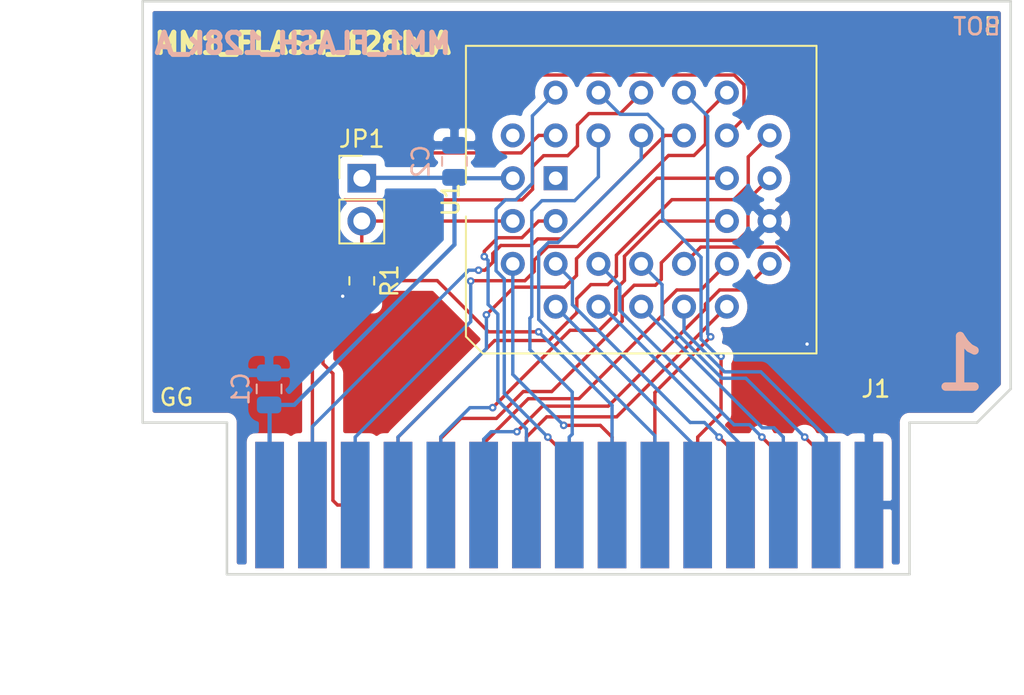
<source format=kicad_pcb>
(kicad_pcb (version 20171130) (host pcbnew "(5.1.8)-1")

  (general
    (thickness 1.6)
    (drawings 21)
    (tracks 263)
    (zones 0)
    (modules 6)
    (nets 34)
  )

  (page A4)
  (title_block
    (title MM1_FLASH_128k_A)
    (date 2020-11-20)
    (rev R1)
    (company "Copyright Guillaume Guillet 2020")
    (comment 1 "Licensed under CERN-OHL-W v2 or later")
  )

  (layers
    (0 F.Cu signal)
    (31 B.Cu signal)
    (32 B.Adhes user)
    (33 F.Adhes user)
    (34 B.Paste user)
    (35 F.Paste user)
    (36 B.SilkS user)
    (37 F.SilkS user)
    (38 B.Mask user)
    (39 F.Mask user)
    (40 Dwgs.User user)
    (41 Cmts.User user)
    (42 Eco1.User user)
    (43 Eco2.User user)
    (44 Edge.Cuts user)
    (45 Margin user)
    (46 B.CrtYd user)
    (47 F.CrtYd user)
    (48 B.Fab user)
    (49 F.Fab user)
  )

  (setup
    (last_trace_width 0.2)
    (trace_clearance 0.18)
    (zone_clearance 0.508)
    (zone_45_only no)
    (trace_min 0.18)
    (via_size 0.45)
    (via_drill 0.2)
    (via_min_size 0.45)
    (via_min_drill 0.2)
    (uvia_size 0.45)
    (uvia_drill 0.2)
    (uvias_allowed no)
    (uvia_min_size 0.45)
    (uvia_min_drill 0.2)
    (edge_width 0.15)
    (segment_width 0.2)
    (pcb_text_width 0.3)
    (pcb_text_size 1.5 1.5)
    (mod_edge_width 0.15)
    (mod_text_size 1 1)
    (mod_text_width 0.15)
    (pad_size 1.524 1.524)
    (pad_drill 0.762)
    (pad_to_mask_clearance 0.2)
    (aux_axis_origin 112.5 87)
    (visible_elements 7FFFF7FF)
    (pcbplotparams
      (layerselection 0x010f0_ffffffff)
      (usegerberextensions false)
      (usegerberattributes false)
      (usegerberadvancedattributes false)
      (creategerberjobfile false)
      (excludeedgelayer true)
      (linewidth 0.100000)
      (plotframeref false)
      (viasonmask false)
      (mode 1)
      (useauxorigin true)
      (hpglpennumber 1)
      (hpglpenspeed 20)
      (hpglpendiameter 15.000000)
      (psnegative false)
      (psa4output false)
      (plotreference true)
      (plotvalue true)
      (plotinvisibletext false)
      (padsonsilk false)
      (subtractmaskfromsilk false)
      (outputformat 1)
      (mirror false)
      (drillshape 0)
      (scaleselection 1)
      (outputdirectory "Project_MMV1_SRAM1_gerbert/"))
  )

  (net 0 "")
  (net 1 +5V)
  (net 2 GND)
  (net 3 +3V3)
  (net 4 /MEM_~OE)
  (net 5 /MEM_~CE)
  (net 6 /MEMDATA_7)
  (net 7 /MEM_~WE)
  (net 8 /MEMDATA_5)
  (net 9 /MEMDATA_6)
  (net 10 /MEMDATA_3)
  (net 11 /MEMDATA_4)
  (net 12 /MEMDATA_1)
  (net 13 /MEMDATA_2)
  (net 14 /MEMDATA_0)
  (net 15 /MEMADDRESS_15)
  (net 16 /MEMADDRESS_13)
  (net 17 /MEMADDRESS_14)
  (net 18 /MEMADDRESS_11)
  (net 19 /MEMADDRESS_12)
  (net 20 /MEMADDRESS_9)
  (net 21 /MEMADDRESS_10)
  (net 22 /MEMADDRESS_7)
  (net 23 /MEMADDRESS_8)
  (net 24 /MEMADDRESS_5)
  (net 25 /MEMADDRESS_6)
  (net 26 /MEMADDRESS_3)
  (net 27 /MEMADDRESS_4)
  (net 28 /MEMADDRESS_1)
  (net 29 /MEMADDRESS_2)
  (net 30 /MEMADDRESS_0)
  (net 31 "Net-(JP1-Pad2)")
  (net 32 "Net-(U1-Pad1)")
  (net 33 "Net-(U1-Pad30)")

  (net_class Default "Ceci est la Netclass par défaut"
    (clearance 0.18)
    (trace_width 0.2)
    (via_dia 0.45)
    (via_drill 0.2)
    (uvia_dia 0.45)
    (uvia_drill 0.2)
    (add_net /MEMADDRESS_0)
    (add_net /MEMADDRESS_1)
    (add_net /MEMADDRESS_10)
    (add_net /MEMADDRESS_11)
    (add_net /MEMADDRESS_12)
    (add_net /MEMADDRESS_13)
    (add_net /MEMADDRESS_14)
    (add_net /MEMADDRESS_15)
    (add_net /MEMADDRESS_2)
    (add_net /MEMADDRESS_3)
    (add_net /MEMADDRESS_4)
    (add_net /MEMADDRESS_5)
    (add_net /MEMADDRESS_6)
    (add_net /MEMADDRESS_7)
    (add_net /MEMADDRESS_8)
    (add_net /MEMADDRESS_9)
    (add_net /MEMDATA_0)
    (add_net /MEMDATA_1)
    (add_net /MEMDATA_2)
    (add_net /MEMDATA_3)
    (add_net /MEMDATA_4)
    (add_net /MEMDATA_5)
    (add_net /MEMDATA_6)
    (add_net /MEMDATA_7)
    (add_net /MEM_~CE)
    (add_net /MEM_~OE)
    (add_net /MEM_~WE)
    (add_net "Net-(JP1-Pad2)")
    (add_net "Net-(U1-Pad1)")
    (add_net "Net-(U1-Pad30)")
  )

  (net_class Tension ""
    (clearance 0.2)
    (trace_width 0.25)
    (via_dia 0.45)
    (via_drill 0.2)
    (uvia_dia 0.45)
    (uvia_drill 0.2)
    (add_net +3V3)
    (add_net +5V)
    (add_net GND)
  )

  (module 5530843-2_edge:5530843-2_edge (layer F.Cu) (tedit 5D7E56B9) (tstamp 5D81CDBB)
    (at 147.97 106.73)
    (path /5D7E9C02)
    (fp_text reference J1 (at 8.03 3.27) (layer F.SilkS)
      (effects (font (size 1 1) (thickness 0.15)))
    )
    (fp_text value MM1_edgeConnector_5530843-2 (at -2.97 4.77) (layer F.Fab)
      (effects (font (size 1 1) (thickness 0.15)))
    )
    (pad 29 smd rect (at -27.94 10.16) (size 1.7 7.5) (layers B.Cu B.Paste B.Mask)
      (net 3 +3V3))
    (pad 30 smd rect (at -27.94 10.16) (size 1.7 7.5) (layers F.Cu F.Paste F.Mask)
      (net 1 +5V))
    (pad 27 smd rect (at -25.4 10.16) (size 1.7 7.5) (layers B.Cu B.Paste B.Mask)
      (net 4 /MEM_~OE))
    (pad 28 smd rect (at -25.4 10.16) (size 1.7 7.5) (layers F.Cu F.Paste F.Mask)
      (net 5 /MEM_~CE))
    (pad 25 smd rect (at -22.86 10.16) (size 1.7 7.5) (layers B.Cu B.Paste B.Mask)
      (net 6 /MEMDATA_7))
    (pad 26 smd rect (at -22.86 10.16) (size 1.7 7.5) (layers F.Cu F.Paste F.Mask)
      (net 7 /MEM_~WE))
    (pad 23 smd rect (at -20.32 10.16) (size 1.7 7.5) (layers B.Cu B.Paste B.Mask)
      (net 8 /MEMDATA_5))
    (pad 24 smd rect (at -20.32 10.16) (size 1.7 7.5) (layers F.Cu F.Paste F.Mask)
      (net 9 /MEMDATA_6))
    (pad 21 smd rect (at -17.78 10.16) (size 1.7 7.5) (layers B.Cu B.Paste B.Mask)
      (net 10 /MEMDATA_3))
    (pad 22 smd rect (at -17.78 10.16) (size 1.7 7.5) (layers F.Cu F.Paste F.Mask)
      (net 11 /MEMDATA_4))
    (pad 19 smd rect (at -15.24 10.16) (size 1.7 7.5) (layers B.Cu B.Paste B.Mask)
      (net 12 /MEMDATA_1))
    (pad 20 smd rect (at -15.24 10.16) (size 1.7 7.5) (layers F.Cu F.Paste F.Mask)
      (net 13 /MEMDATA_2))
    (pad 17 smd rect (at -12.7 10.16) (size 1.7 7.5) (layers B.Cu B.Paste B.Mask)
      (net 15 /MEMADDRESS_15))
    (pad 18 smd rect (at -12.7 10.16) (size 1.7 7.5) (layers F.Cu F.Paste F.Mask)
      (net 14 /MEMDATA_0))
    (pad 15 smd rect (at -10.16 10.16) (size 1.7 7.5) (layers B.Cu B.Paste B.Mask)
      (net 16 /MEMADDRESS_13))
    (pad 16 smd rect (at -10.16 10.16) (size 1.7 7.5) (layers F.Cu F.Paste F.Mask)
      (net 17 /MEMADDRESS_14))
    (pad 13 smd rect (at -7.62 10.16) (size 1.7 7.5) (layers B.Cu B.Paste B.Mask)
      (net 18 /MEMADDRESS_11))
    (pad 14 smd rect (at -7.62 10.16) (size 1.7 7.5) (layers F.Cu F.Paste F.Mask)
      (net 19 /MEMADDRESS_12))
    (pad 11 smd rect (at -5.08 10.16) (size 1.7 7.5) (layers B.Cu B.Paste B.Mask)
      (net 20 /MEMADDRESS_9))
    (pad 12 smd rect (at -5.08 10.16) (size 1.7 7.5) (layers F.Cu F.Paste F.Mask)
      (net 21 /MEMADDRESS_10))
    (pad 9 smd rect (at -2.54 10.16) (size 1.7 7.5) (layers B.Cu B.Paste B.Mask)
      (net 22 /MEMADDRESS_7))
    (pad 10 smd rect (at -2.54 10.16) (size 1.7 7.5) (layers F.Cu F.Paste F.Mask)
      (net 23 /MEMADDRESS_8))
    (pad 7 smd rect (at 0 10.16) (size 1.7 7.5) (layers B.Cu B.Paste B.Mask)
      (net 24 /MEMADDRESS_5))
    (pad 8 smd rect (at 0 10.16) (size 1.7 7.5) (layers F.Cu F.Paste F.Mask)
      (net 25 /MEMADDRESS_6))
    (pad 5 smd rect (at 2.54 10.16) (size 1.7 7.5) (layers B.Cu B.Paste B.Mask)
      (net 26 /MEMADDRESS_3))
    (pad 6 smd rect (at 2.54 10.16) (size 1.7 7.5) (layers F.Cu F.Paste F.Mask)
      (net 27 /MEMADDRESS_4))
    (pad 3 smd rect (at 5.08 10.16) (size 1.7 7.5) (layers B.Cu B.Paste B.Mask)
      (net 28 /MEMADDRESS_1))
    (pad 4 smd rect (at 5.08 10.16) (size 1.7 7.5) (layers F.Cu F.Paste F.Mask)
      (net 29 /MEMADDRESS_2))
    (pad 1 smd rect (at 7.62 10.16) (size 1.7 7.5) (layers B.Cu B.Paste B.Mask)
      (net 2 GND))
    (pad 2 smd rect (at 7.62 10.16) (size 1.7 7.5) (layers F.Cu F.Paste F.Mask)
      (net 30 /MEMADDRESS_0))
  )

  (module Capacitor_SMD:C_0805_2012Metric (layer B.Cu) (tedit 5F68FEEE) (tstamp 5FB6FDA9)
    (at 120 110 270)
    (descr "Capacitor SMD 0805 (2012 Metric), square (rectangular) end terminal, IPC_7351 nominal, (Body size source: IPC-SM-782 page 76, https://www.pcb-3d.com/wordpress/wp-content/uploads/ipc-sm-782a_amendment_1_and_2.pdf, https://docs.google.com/spreadsheets/d/1BsfQQcO9C6DZCsRaXUlFlo91Tg2WpOkGARC1WS5S8t0/edit?usp=sharing), generated with kicad-footprint-generator")
    (tags capacitor)
    (path /5FB8B5C9)
    (attr smd)
    (fp_text reference C1 (at 0 1.68 90) (layer B.SilkS)
      (effects (font (size 1 1) (thickness 0.15)) (justify mirror))
    )
    (fp_text value 100nF (at 0 -1.68 90) (layer B.Fab)
      (effects (font (size 1 1) (thickness 0.15)) (justify mirror))
    )
    (fp_line (start 1.7 -0.98) (end -1.7 -0.98) (layer B.CrtYd) (width 0.05))
    (fp_line (start 1.7 0.98) (end 1.7 -0.98) (layer B.CrtYd) (width 0.05))
    (fp_line (start -1.7 0.98) (end 1.7 0.98) (layer B.CrtYd) (width 0.05))
    (fp_line (start -1.7 -0.98) (end -1.7 0.98) (layer B.CrtYd) (width 0.05))
    (fp_line (start -0.261252 -0.735) (end 0.261252 -0.735) (layer B.SilkS) (width 0.12))
    (fp_line (start -0.261252 0.735) (end 0.261252 0.735) (layer B.SilkS) (width 0.12))
    (fp_line (start 1 -0.625) (end -1 -0.625) (layer B.Fab) (width 0.1))
    (fp_line (start 1 0.625) (end 1 -0.625) (layer B.Fab) (width 0.1))
    (fp_line (start -1 0.625) (end 1 0.625) (layer B.Fab) (width 0.1))
    (fp_line (start -1 -0.625) (end -1 0.625) (layer B.Fab) (width 0.1))
    (fp_text user %R (at 0 0 90) (layer B.Fab)
      (effects (font (size 0.5 0.5) (thickness 0.08)) (justify mirror))
    )
    (pad 1 smd roundrect (at -0.95 0 270) (size 1 1.45) (layers B.Cu B.Paste B.Mask) (roundrect_rratio 0.25)
      (net 2 GND))
    (pad 2 smd roundrect (at 0.95 0 270) (size 1 1.45) (layers B.Cu B.Paste B.Mask) (roundrect_rratio 0.25)
      (net 3 +3V3))
    (model ${KISYS3DMOD}/Capacitor_SMD.3dshapes/C_0805_2012Metric.wrl
      (at (xyz 0 0 0))
      (scale (xyz 1 1 1))
      (rotate (xyz 0 0 0))
    )
  )

  (module Capacitor_SMD:C_0805_2012Metric (layer B.Cu) (tedit 5F68FEEE) (tstamp 5FB6FDBA)
    (at 131 96.5 90)
    (descr "Capacitor SMD 0805 (2012 Metric), square (rectangular) end terminal, IPC_7351 nominal, (Body size source: IPC-SM-782 page 76, https://www.pcb-3d.com/wordpress/wp-content/uploads/ipc-sm-782a_amendment_1_and_2.pdf, https://docs.google.com/spreadsheets/d/1BsfQQcO9C6DZCsRaXUlFlo91Tg2WpOkGARC1WS5S8t0/edit?usp=sharing), generated with kicad-footprint-generator")
    (tags capacitor)
    (path /5FB88D58)
    (attr smd)
    (fp_text reference C2 (at 0 -2 270) (layer B.SilkS)
      (effects (font (size 1 1) (thickness 0.15)) (justify mirror))
    )
    (fp_text value 100nF (at 0 -1.68 270) (layer B.Fab)
      (effects (font (size 1 1) (thickness 0.15)) (justify mirror))
    )
    (fp_line (start 1.7 -0.98) (end -1.7 -0.98) (layer B.CrtYd) (width 0.05))
    (fp_line (start 1.7 0.98) (end 1.7 -0.98) (layer B.CrtYd) (width 0.05))
    (fp_line (start -1.7 0.98) (end 1.7 0.98) (layer B.CrtYd) (width 0.05))
    (fp_line (start -1.7 -0.98) (end -1.7 0.98) (layer B.CrtYd) (width 0.05))
    (fp_line (start -0.261252 -0.735) (end 0.261252 -0.735) (layer B.SilkS) (width 0.12))
    (fp_line (start -0.261252 0.735) (end 0.261252 0.735) (layer B.SilkS) (width 0.12))
    (fp_line (start 1 -0.625) (end -1 -0.625) (layer B.Fab) (width 0.1))
    (fp_line (start 1 0.625) (end 1 -0.625) (layer B.Fab) (width 0.1))
    (fp_line (start -1 0.625) (end 1 0.625) (layer B.Fab) (width 0.1))
    (fp_line (start -1 -0.625) (end -1 0.625) (layer B.Fab) (width 0.1))
    (fp_text user %R (at 0 0 270) (layer B.Fab)
      (effects (font (size 0.5 0.5) (thickness 0.08)) (justify mirror))
    )
    (pad 1 smd roundrect (at -0.95 0 90) (size 1 1.45) (layers B.Cu B.Paste B.Mask) (roundrect_rratio 0.25)
      (net 3 +3V3))
    (pad 2 smd roundrect (at 0.95 0 90) (size 1 1.45) (layers B.Cu B.Paste B.Mask) (roundrect_rratio 0.25)
      (net 2 GND))
    (model ${KISYS3DMOD}/Capacitor_SMD.3dshapes/C_0805_2012Metric.wrl
      (at (xyz 0 0 0))
      (scale (xyz 1 1 1))
      (rotate (xyz 0 0 0))
    )
  )

  (module Resistor_SMD:R_0805_2012Metric (layer F.Cu) (tedit 5F68FEEE) (tstamp 5FB82AB8)
    (at 125.5 103.588 270)
    (descr "Resistor SMD 0805 (2012 Metric), square (rectangular) end terminal, IPC_7351 nominal, (Body size source: IPC-SM-782 page 72, https://www.pcb-3d.com/wordpress/wp-content/uploads/ipc-sm-782a_amendment_1_and_2.pdf), generated with kicad-footprint-generator")
    (tags resistor)
    (path /5FB96EF1)
    (attr smd)
    (fp_text reference R1 (at 0 -1.65 90) (layer F.SilkS)
      (effects (font (size 1 1) (thickness 0.15)))
    )
    (fp_text value 10k (at 0 1.65 90) (layer F.Fab)
      (effects (font (size 1 1) (thickness 0.15)))
    )
    (fp_line (start -1 0.625) (end -1 -0.625) (layer F.Fab) (width 0.1))
    (fp_line (start -1 -0.625) (end 1 -0.625) (layer F.Fab) (width 0.1))
    (fp_line (start 1 -0.625) (end 1 0.625) (layer F.Fab) (width 0.1))
    (fp_line (start 1 0.625) (end -1 0.625) (layer F.Fab) (width 0.1))
    (fp_line (start -0.227064 -0.735) (end 0.227064 -0.735) (layer F.SilkS) (width 0.12))
    (fp_line (start -0.227064 0.735) (end 0.227064 0.735) (layer F.SilkS) (width 0.12))
    (fp_line (start -1.68 0.95) (end -1.68 -0.95) (layer F.CrtYd) (width 0.05))
    (fp_line (start -1.68 -0.95) (end 1.68 -0.95) (layer F.CrtYd) (width 0.05))
    (fp_line (start 1.68 -0.95) (end 1.68 0.95) (layer F.CrtYd) (width 0.05))
    (fp_line (start 1.68 0.95) (end -1.68 0.95) (layer F.CrtYd) (width 0.05))
    (fp_text user %R (at 0 0 90) (layer F.Fab)
      (effects (font (size 0.5 0.5) (thickness 0.08)))
    )
    (pad 1 smd roundrect (at -0.9125 0 270) (size 1.025 1.4) (layers F.Cu F.Paste F.Mask) (roundrect_rratio 0.243902)
      (net 31 "Net-(JP1-Pad2)"))
    (pad 2 smd roundrect (at 0.9125 0 270) (size 1.025 1.4) (layers F.Cu F.Paste F.Mask) (roundrect_rratio 0.243902)
      (net 2 GND))
    (model ${KISYS3DMOD}/Resistor_SMD.3dshapes/R_0805_2012Metric.wrl
      (at (xyz 0 0 0))
      (scale (xyz 1 1 1))
      (rotate (xyz 0 0 0))
    )
  )

  (module Package_LCC:PLCC-32_THT-Socket (layer F.Cu) (tedit 5E74E4F1) (tstamp 5FB82AB9)
    (at 137 97.5 90)
    (descr "PLCC, 32 pins, through hole, http://www.assmann-wsw.com/fileadmin/datasheets/ASS_0981_CO.pdf")
    (tags "plcc leaded")
    (path /5FB81672)
    (fp_text reference U1 (at -1.27 -6.22 90) (layer F.SilkS)
      (effects (font (size 1 1) (thickness 0.15)))
    )
    (fp_text value SST39LF010-55-4C-NH (at -1.27 16.38 90) (layer F.Fab)
      (effects (font (size 1 1) (thickness 0.15)))
    )
    (fp_line (start -9.295 -5.22) (end -10.295 -4.22) (layer F.Fab) (width 0.1))
    (fp_line (start -10.295 -4.22) (end -10.295 15.38) (layer F.Fab) (width 0.1))
    (fp_line (start -10.295 15.38) (end 7.755 15.38) (layer F.Fab) (width 0.1))
    (fp_line (start 7.755 15.38) (end 7.755 -5.22) (layer F.Fab) (width 0.1))
    (fp_line (start 7.755 -5.22) (end -9.295 -5.22) (layer F.Fab) (width 0.1))
    (fp_line (start -10.8 -5.72) (end -10.8 15.88) (layer F.CrtYd) (width 0.05))
    (fp_line (start -10.8 15.88) (end 8.26 15.88) (layer F.CrtYd) (width 0.05))
    (fp_line (start 8.26 15.88) (end 8.26 -5.72) (layer F.CrtYd) (width 0.05))
    (fp_line (start 8.26 -5.72) (end -10.8 -5.72) (layer F.CrtYd) (width 0.05))
    (fp_line (start -7.755 -2.68) (end -7.755 12.84) (layer F.Fab) (width 0.1))
    (fp_line (start -7.755 12.84) (end 5.215 12.84) (layer F.Fab) (width 0.1))
    (fp_line (start 5.215 12.84) (end 5.215 -2.68) (layer F.Fab) (width 0.1))
    (fp_line (start 5.215 -2.68) (end -7.755 -2.68) (layer F.Fab) (width 0.1))
    (fp_line (start -1.77 -5.22) (end -1.27 -4.22) (layer F.Fab) (width 0.1))
    (fp_line (start -1.27 -4.22) (end -0.77 -5.22) (layer F.Fab) (width 0.1))
    (fp_line (start -2.27 -5.32) (end -9.395 -5.32) (layer F.SilkS) (width 0.12))
    (fp_line (start -9.395 -5.32) (end -10.395 -4.32) (layer F.SilkS) (width 0.12))
    (fp_line (start -10.395 -4.32) (end -10.395 15.48) (layer F.SilkS) (width 0.12))
    (fp_line (start -10.395 15.48) (end 7.855 15.48) (layer F.SilkS) (width 0.12))
    (fp_line (start 7.855 15.48) (end 7.855 -5.32) (layer F.SilkS) (width 0.12))
    (fp_line (start 7.855 -5.32) (end -0.27 -5.32) (layer F.SilkS) (width 0.12))
    (fp_text user %R (at -1.27 5.08 90) (layer F.Fab)
      (effects (font (size 1 1) (thickness 0.15)))
    )
    (pad 1 thru_hole rect (at 0 0 90) (size 1.4224 1.4224) (drill 0.8) (layers *.Cu *.Mask)
      (net 32 "Net-(U1-Pad1)"))
    (pad 3 thru_hole circle (at -2.54 0 90) (size 1.4224 1.4224) (drill 0.8) (layers *.Cu *.Mask)
      (net 15 /MEMADDRESS_15))
    (pad 31 thru_hole circle (at 2.54 0 90) (size 1.4224 1.4224) (drill 0.8) (layers *.Cu *.Mask)
      (net 7 /MEM_~WE))
    (pad 2 thru_hole circle (at -2.54 -2.54 90) (size 1.4224 1.4224) (drill 0.8) (layers *.Cu *.Mask)
      (net 31 "Net-(JP1-Pad2)"))
    (pad 4 thru_hole circle (at -5.08 -2.54 90) (size 1.4224 1.4224) (drill 0.8) (layers *.Cu *.Mask)
      (net 19 /MEMADDRESS_12))
    (pad 32 thru_hole circle (at 0 -2.54 90) (size 1.4224 1.4224) (drill 0.8) (layers *.Cu *.Mask)
      (net 3 +3V3))
    (pad 30 thru_hole circle (at 2.54 -2.54 90) (size 1.4224 1.4224) (drill 0.8) (layers *.Cu *.Mask)
      (net 33 "Net-(U1-Pad30)"))
    (pad 6 thru_hole circle (at -5.08 0 90) (size 1.4224 1.4224) (drill 0.8) (layers *.Cu *.Mask)
      (net 25 /MEMADDRESS_6))
    (pad 8 thru_hole circle (at -5.08 2.54 90) (size 1.4224 1.4224) (drill 0.8) (layers *.Cu *.Mask)
      (net 27 /MEMADDRESS_4))
    (pad 10 thru_hole circle (at -5.08 5.08 90) (size 1.4224 1.4224) (drill 0.8) (layers *.Cu *.Mask)
      (net 29 /MEMADDRESS_2))
    (pad 12 thru_hole circle (at -5.08 7.62 90) (size 1.4224 1.4224) (drill 0.8) (layers *.Cu *.Mask)
      (net 30 /MEMADDRESS_0))
    (pad 5 thru_hole circle (at -7.62 0 90) (size 1.4224 1.4224) (drill 0.8) (layers *.Cu *.Mask)
      (net 22 /MEMADDRESS_7))
    (pad 7 thru_hole circle (at -7.62 2.54 90) (size 1.4224 1.4224) (drill 0.8) (layers *.Cu *.Mask)
      (net 24 /MEMADDRESS_5))
    (pad 9 thru_hole circle (at -7.62 5.08 90) (size 1.4224 1.4224) (drill 0.8) (layers *.Cu *.Mask)
      (net 26 /MEMADDRESS_3))
    (pad 11 thru_hole circle (at -7.62 7.62 90) (size 1.4224 1.4224) (drill 0.8) (layers *.Cu *.Mask)
      (net 28 /MEMADDRESS_1))
    (pad 13 thru_hole circle (at -7.62 10.16 90) (size 1.4224 1.4224) (drill 0.8) (layers *.Cu *.Mask)
      (net 14 /MEMDATA_0))
    (pad 15 thru_hole circle (at -5.08 10.16 90) (size 1.4224 1.4224) (drill 0.8) (layers *.Cu *.Mask)
      (net 13 /MEMDATA_2))
    (pad 17 thru_hole circle (at -2.54 10.16 90) (size 1.4224 1.4224) (drill 0.8) (layers *.Cu *.Mask)
      (net 10 /MEMDATA_3))
    (pad 19 thru_hole circle (at 0 10.16 90) (size 1.4224 1.4224) (drill 0.8) (layers *.Cu *.Mask)
      (net 8 /MEMDATA_5))
    (pad 21 thru_hole circle (at 5.08 10.16 90) (size 1.4224 1.4224) (drill 0.8) (layers *.Cu *.Mask)
      (net 6 /MEMDATA_7))
    (pad 14 thru_hole circle (at -5.08 12.7 90) (size 1.4224 1.4224) (drill 0.8) (layers *.Cu *.Mask)
      (net 12 /MEMDATA_1))
    (pad 16 thru_hole circle (at -2.54 12.7 90) (size 1.4224 1.4224) (drill 0.8) (layers *.Cu *.Mask)
      (net 2 GND))
    (pad 18 thru_hole circle (at 0 12.7 90) (size 1.4224 1.4224) (drill 0.8) (layers *.Cu *.Mask)
      (net 11 /MEMDATA_4))
    (pad 20 thru_hole circle (at 2.54 12.7 90) (size 1.4224 1.4224) (drill 0.8) (layers *.Cu *.Mask)
      (net 9 /MEMDATA_6))
    (pad 22 thru_hole circle (at 2.54 10.16 90) (size 1.4224 1.4224) (drill 0.8) (layers *.Cu *.Mask)
      (net 5 /MEM_~CE))
    (pad 24 thru_hole circle (at 2.54 7.62 90) (size 1.4224 1.4224) (drill 0.8) (layers *.Cu *.Mask)
      (net 4 /MEM_~OE))
    (pad 26 thru_hole circle (at 2.54 5.08 90) (size 1.4224 1.4224) (drill 0.8) (layers *.Cu *.Mask)
      (net 20 /MEMADDRESS_9))
    (pad 28 thru_hole circle (at 2.54 2.54 90) (size 1.4224 1.4224) (drill 0.8) (layers *.Cu *.Mask)
      (net 16 /MEMADDRESS_13))
    (pad 23 thru_hole circle (at 5.08 7.62 90) (size 1.4224 1.4224) (drill 0.8) (layers *.Cu *.Mask)
      (net 21 /MEMADDRESS_10))
    (pad 25 thru_hole circle (at 5.08 5.08 90) (size 1.4224 1.4224) (drill 0.8) (layers *.Cu *.Mask)
      (net 18 /MEMADDRESS_11))
    (pad 27 thru_hole circle (at 5.08 2.54 90) (size 1.4224 1.4224) (drill 0.8) (layers *.Cu *.Mask)
      (net 23 /MEMADDRESS_8))
    (pad 29 thru_hole circle (at 5.08 0 90) (size 1.4224 1.4224) (drill 0.8) (layers *.Cu *.Mask)
      (net 17 /MEMADDRESS_14))
    (model ${KISYS3DMOD}/Package_LCC.3dshapes/PLCC-32_THT-Socket.wrl
      (at (xyz 0 0 0))
      (scale (xyz 1 1 1))
      (rotate (xyz 0 0 0))
    )
  )

  (module Connector_PinHeader_2.54mm:PinHeader_1x02_P2.54mm_Vertical (layer F.Cu) (tedit 59FED5CC) (tstamp 5FBB6D2D)
    (at 125.5 97.5)
    (descr "Through hole straight pin header, 1x02, 2.54mm pitch, single row")
    (tags "Through hole pin header THT 1x02 2.54mm single row")
    (path /5FB93A8A)
    (fp_text reference JP1 (at 0 -2.33) (layer F.SilkS)
      (effects (font (size 1 1) (thickness 0.15)))
    )
    (fp_text value Jumper_2_Open (at 0 4.87) (layer F.Fab)
      (effects (font (size 1 1) (thickness 0.15)))
    )
    (fp_line (start 1.8 -1.8) (end -1.8 -1.8) (layer F.CrtYd) (width 0.05))
    (fp_line (start 1.8 4.35) (end 1.8 -1.8) (layer F.CrtYd) (width 0.05))
    (fp_line (start -1.8 4.35) (end 1.8 4.35) (layer F.CrtYd) (width 0.05))
    (fp_line (start -1.8 -1.8) (end -1.8 4.35) (layer F.CrtYd) (width 0.05))
    (fp_line (start -1.33 -1.33) (end 0 -1.33) (layer F.SilkS) (width 0.12))
    (fp_line (start -1.33 0) (end -1.33 -1.33) (layer F.SilkS) (width 0.12))
    (fp_line (start -1.33 1.27) (end 1.33 1.27) (layer F.SilkS) (width 0.12))
    (fp_line (start 1.33 1.27) (end 1.33 3.87) (layer F.SilkS) (width 0.12))
    (fp_line (start -1.33 1.27) (end -1.33 3.87) (layer F.SilkS) (width 0.12))
    (fp_line (start -1.33 3.87) (end 1.33 3.87) (layer F.SilkS) (width 0.12))
    (fp_line (start -1.27 -0.635) (end -0.635 -1.27) (layer F.Fab) (width 0.1))
    (fp_line (start -1.27 3.81) (end -1.27 -0.635) (layer F.Fab) (width 0.1))
    (fp_line (start 1.27 3.81) (end -1.27 3.81) (layer F.Fab) (width 0.1))
    (fp_line (start 1.27 -1.27) (end 1.27 3.81) (layer F.Fab) (width 0.1))
    (fp_line (start -0.635 -1.27) (end 1.27 -1.27) (layer F.Fab) (width 0.1))
    (fp_text user %R (at 0 1.27 90) (layer F.Fab)
      (effects (font (size 1 1) (thickness 0.15)))
    )
    (pad 1 thru_hole rect (at 0 0) (size 1.7 1.7) (drill 1) (layers *.Cu *.Mask)
      (net 3 +3V3))
    (pad 2 thru_hole oval (at 0 2.54) (size 1.7 1.7) (drill 1) (layers *.Cu *.Mask)
      (net 31 "Net-(JP1-Pad2)"))
    (model ${KISYS3DMOD}/Connector_PinHeader_2.54mm.3dshapes/PinHeader_1x02_P2.54mm_Vertical.wrl
      (at (xyz 0 0 0))
      (scale (xyz 1 1 1))
      (rotate (xyz 0 0 0))
    )
  )

  (gr_text GG (at 114.5 110.5) (layer F.SilkS)
    (effects (font (size 1 1) (thickness 0.15)))
  )
  (gr_text BOT (at 162 88.5) (layer B.SilkS)
    (effects (font (size 1 1) (thickness 0.15)) (justify mirror))
  )
  (gr_text TOP (at 162 88.5) (layer F.SilkS)
    (effects (font (size 1 1) (thickness 0.15)))
  )
  (gr_text MM1_FLASH_128k_A (at 122 89.5) (layer B.SilkS)
    (effects (font (size 1.2 1.2) (thickness 0.3)) (justify mirror))
  )
  (gr_text 1 (at 161 108.5) (layer B.SilkS)
    (effects (font (size 3 3) (thickness 0.5)) (justify mirror))
  )
  (gr_line (start 162 112) (end 158 112) (layer Edge.Cuts) (width 0.15) (tstamp 5F3710D1))
  (dimension 2.5 (width 0.15) (layer Eco2.User)
    (gr_text "2,500 mm" (at 118.75 107.700001) (layer Eco2.User)
      (effects (font (size 1 1) (thickness 0.15)))
    )
    (feature1 (pts (xy 117.5 113) (xy 117.5 108.41358)))
    (feature2 (pts (xy 120 113) (xy 120 108.41358)))
    (crossbar (pts (xy 120 109.000001) (xy 117.5 109.000001)))
    (arrow1a (pts (xy 117.5 109.000001) (xy 118.626504 108.41358)))
    (arrow1b (pts (xy 117.5 109.000001) (xy 118.626504 109.586422)))
    (arrow2a (pts (xy 120 109.000001) (xy 118.873496 108.41358)))
    (arrow2b (pts (xy 120 109.000001) (xy 118.873496 109.586422)))
  )
  (dimension 9 (width 0.15) (layer Eco2.User)
    (gr_text "9,000 mm" (at 114.7 116.5 90) (layer Eco2.User)
      (effects (font (size 1 1) (thickness 0.15)))
    )
    (feature1 (pts (xy 117.5 112) (xy 115.413579 112)))
    (feature2 (pts (xy 117.5 121) (xy 115.413579 121)))
    (crossbar (pts (xy 116 121) (xy 116 112)))
    (arrow1a (pts (xy 116 112) (xy 116.586421 113.126504)))
    (arrow1b (pts (xy 116 112) (xy 115.413579 113.126504)))
    (arrow2a (pts (xy 116 121) (xy 116.586421 119.873496)))
    (arrow2b (pts (xy 116 121) (xy 115.413579 119.873496)))
  )
  (dimension 40.5 (width 0.15) (layer Eco2.User)
    (gr_text "40,500 mm" (at 137.75 125.299999) (layer Eco2.User)
      (effects (font (size 1 1) (thickness 0.15)))
    )
    (feature1 (pts (xy 158 121) (xy 158 124.58642)))
    (feature2 (pts (xy 117.5 121) (xy 117.5 124.58642)))
    (crossbar (pts (xy 117.5 123.999999) (xy 158 123.999999)))
    (arrow1a (pts (xy 158 123.999999) (xy 156.873496 124.58642)))
    (arrow1b (pts (xy 158 123.999999) (xy 156.873496 123.413578)))
    (arrow2a (pts (xy 117.5 123.999999) (xy 118.626504 124.58642)))
    (arrow2b (pts (xy 117.5 123.999999) (xy 118.626504 123.413578)))
  )
  (gr_line (start 164 87) (end 112.5 87) (layer Edge.Cuts) (width 0.15))
  (gr_line (start 164 110) (end 164 87) (layer Edge.Cuts) (width 0.15))
  (dimension 6 (width 0.15) (layer Eco2.User)
    (gr_text "6,000 mm" (at 161 128.799999) (layer Eco2.User)
      (effects (font (size 1 1) (thickness 0.15)))
    )
    (feature1 (pts (xy 164 112) (xy 164 128.08642)))
    (feature2 (pts (xy 158 112) (xy 158 128.08642)))
    (crossbar (pts (xy 158 127.499999) (xy 164 127.499999)))
    (arrow1a (pts (xy 164 127.499999) (xy 162.873496 128.08642)))
    (arrow1b (pts (xy 164 127.499999) (xy 162.873496 126.913578)))
    (arrow2a (pts (xy 158 127.499999) (xy 159.126504 128.08642)))
    (arrow2b (pts (xy 158 127.499999) (xy 159.126504 126.913578)))
  )
  (gr_line (start 112.5 112) (end 112.5 87) (layer Edge.Cuts) (width 0.15))
  (gr_line (start 117.5 112) (end 112.5 112) (layer Edge.Cuts) (width 0.15))
  (dimension 5 (width 0.15) (layer Eco2.User)
    (gr_text "5,000 mm" (at 115 128.8) (layer Eco2.User)
      (effects (font (size 1 1) (thickness 0.15)))
    )
    (feature1 (pts (xy 112.5 112) (xy 112.5 128.086421)))
    (feature2 (pts (xy 117.5 112) (xy 117.5 128.086421)))
    (crossbar (pts (xy 117.5 127.5) (xy 112.5 127.5)))
    (arrow1a (pts (xy 112.5 127.5) (xy 113.626504 126.913579)))
    (arrow1b (pts (xy 112.5 127.5) (xy 113.626504 128.086421)))
    (arrow2a (pts (xy 117.5 127.5) (xy 116.373496 126.913579)))
    (arrow2b (pts (xy 117.5 127.5) (xy 116.373496 128.086421)))
  )
  (dimension 25 (width 0.15) (layer Eco2.User) (tstamp 5F371008)
    (gr_text "25,000 mm" (at 107.7 99.5 90) (layer Eco2.User) (tstamp 5F371008)
      (effects (font (size 1 1) (thickness 0.15)))
    )
    (feature1 (pts (xy 112.5 87) (xy 108.413579 87)))
    (feature2 (pts (xy 112.5 112) (xy 108.413579 112)))
    (crossbar (pts (xy 109 112) (xy 109 87)))
    (arrow1a (pts (xy 109 87) (xy 109.586421 88.126504)))
    (arrow1b (pts (xy 109 87) (xy 108.413579 88.126504)))
    (arrow2a (pts (xy 109 112) (xy 109.586421 110.873496)))
    (arrow2b (pts (xy 109 112) (xy 108.413579 110.873496)))
  )
  (gr_line (start 162 112) (end 164 110) (layer Edge.Cuts) (width 0.15))
  (gr_line (start 117.5 112) (end 117.5 121) (layer Edge.Cuts) (width 0.15) (tstamp 5D81D571))
  (gr_line (start 158 112) (end 158 121) (layer Edge.Cuts) (width 0.15) (tstamp 5D81D56C))
  (gr_line (start 158 121) (end 117.5 121) (layer Edge.Cuts) (width 0.15))
  (gr_text MM1_FLASH_128k_A (at 122 89.5) (layer F.SilkS) (tstamp 5FB7002B)
    (effects (font (size 1.2 1.2) (thickness 0.3)))
  )

  (segment (start 120 108.868) (end 120 109.05) (width 0.25) (layer B.Cu) (net 2) (status 30))
  (segment (start 125.5 104.5005) (end 124.3675 104.5005) (width 0.25) (layer F.Cu) (net 2) (status 10))
  (segment (start 155.59 116.89) (end 155.59 105.93) (width 0.25) (layer B.Cu) (net 2) (status 10))
  (segment (start 155.59 105.93) (end 149.7 100.04) (width 0.25) (layer B.Cu) (net 2) (status 20))
  (via (at 124.3675 104.5005) (size 0.45) (layers F.Cu B.Cu) (net 2))
  (via (at 151.92 107.34) (size 0.45) (drill 0.2) (layers F.Cu B.Cu) (net 2))
  (segment (start 131 97.475) (end 125.525 97.475) (width 0.25) (layer B.Cu) (net 3) (status 30))
  (segment (start 134.46 97.5) (end 131.025 97.5) (width 0.25) (layer B.Cu) (net 3) (status 30))
  (segment (start 131.025 97.5) (end 131 97.475) (width 0.25) (layer B.Cu) (net 3) (status 30))
  (segment (start 131 97.475) (end 131 97.45) (width 0.25) (layer B.Cu) (net 3) (status 30))
  (segment (start 120.03 110.95) (end 120.03 116.89) (width 0.25) (layer B.Cu) (net 3) (status 30))
  (segment (start 120 110.95) (end 120.03 110.95) (width 0.25) (layer B.Cu) (net 3) (status 30))
  (segment (start 120 110.95) (end 121.49 110.95) (width 0.25) (layer B.Cu) (net 3) (status 10))
  (segment (start 121.49 110.95) (end 131 101.44) (width 0.25) (layer B.Cu) (net 3))
  (segment (start 125.525 97.475) (end 125.5 97.5) (width 0.25) (layer B.Cu) (net 3) (status 30))
  (segment (start 131 97.45) (end 131 101.44) (width 0.25) (layer B.Cu) (net 3) (status 10))
  (segment (start 132.4284 102.9584) (end 131.843 102.9584) (width 0.2) (layer B.Cu) (net 4))
  (segment (start 131.843 102.9584) (end 122.57 112.2314) (width 0.2) (layer B.Cu) (net 4))
  (segment (start 122.57 112.2314) (end 122.57 116.89) (width 0.2) (layer B.Cu) (net 4) (status 20))
  (via (at 132.4284 102.9584) (size 0.45) (layers F.Cu B.Cu) (net 4))
  (segment (start 132.8004 102.9584) (end 132.4284 102.9584) (width 0.2) (layer F.Cu) (net 4))
  (segment (start 133.2744 102.4844) (end 132.8004 102.9584) (width 0.2) (layer F.Cu) (net 4))
  (segment (start 133.7501 101.4899) (end 133.2744 101.9656) (width 0.2) (layer F.Cu) (net 4))
  (segment (start 135.9388 101.1012) (end 135.5501 101.4899) (width 0.2) (layer F.Cu) (net 4))
  (segment (start 137.3409 101.1012) (end 135.9388 101.1012) (width 0.2) (layer F.Cu) (net 4))
  (segment (start 144.62 94.96) (end 143.4821 94.96) (width 0.2) (layer F.Cu) (net 4) (status 10))
  (segment (start 143.4821 94.96) (end 137.3409 101.1012) (width 0.2) (layer F.Cu) (net 4))
  (segment (start 135.5501 101.4899) (end 133.7501 101.4899) (width 0.2) (layer F.Cu) (net 4))
  (segment (start 133.2744 101.9656) (end 133.2744 102.4844) (width 0.2) (layer F.Cu) (net 4))
  (segment (start 148.1786 93.9414) (end 147.16 94.96) (width 0.2) (layer F.Cu) (net 5) (status 20))
  (segment (start 148.1786 91.9475) (end 148.1786 93.9414) (width 0.2) (layer F.Cu) (net 5))
  (segment (start 147.6064 91.3753) (end 148.1786 91.9475) (width 0.2) (layer F.Cu) (net 5))
  (segment (start 127.3247 91.3753) (end 147.6064 91.3753) (width 0.2) (layer F.Cu) (net 5))
  (segment (start 122.57 96.13) (end 127.3247 91.3753) (width 0.2) (layer F.Cu) (net 5))
  (segment (start 122.57 116.89) (end 122.57 96.13) (width 0.2) (layer F.Cu) (net 5) (status 10))
  (segment (start 125.11 112.8597) (end 131.963 106.0067) (width 0.2) (layer B.Cu) (net 6))
  (segment (start 131.963 106.0067) (end 131.963 103.6028) (width 0.2) (layer B.Cu) (net 6))
  (segment (start 125.11 116.89) (end 125.11 112.8597) (width 0.2) (layer B.Cu) (net 6) (status 10))
  (via (at 131.963 103.6028) (size 0.45) (layers F.Cu B.Cu) (net 6))
  (segment (start 145.21065 96.14935) (end 145.8901 95.4699) (width 0.2) (layer F.Cu) (net 6))
  (segment (start 145.8901 95.4699) (end 145.8901 93.6899) (width 0.2) (layer F.Cu) (net 6))
  (segment (start 143.69935 96.14935) (end 145.21065 96.14935) (width 0.2) (layer F.Cu) (net 6))
  (segment (start 145.8901 93.6899) (end 147.16 92.42) (width 0.2) (layer F.Cu) (net 6) (status 20))
  (segment (start 138.2972 101.5515) (end 143.69935 96.14935) (width 0.2) (layer F.Cu) (net 6))
  (segment (start 135.7301 102.3635) (end 136.5421 101.5515) (width 0.2) (layer F.Cu) (net 6))
  (segment (start 135.7301 103.0299) (end 135.7301 102.3635) (width 0.2) (layer F.Cu) (net 6))
  (segment (start 135.179 103.581) (end 135.7301 103.0299) (width 0.2) (layer F.Cu) (net 6))
  (segment (start 131.9848 103.581) (end 135.179 103.581) (width 0.2) (layer F.Cu) (net 6))
  (segment (start 136.5421 101.5515) (end 138.2972 101.5515) (width 0.2) (layer F.Cu) (net 6))
  (segment (start 131.963 103.6028) (end 131.9848 103.581) (width 0.2) (layer F.Cu) (net 6))
  (segment (start 124.06 116.89) (end 125.11 116.89) (width 0.2) (layer F.Cu) (net 7) (status 20))
  (segment (start 123.7885 109.0915) (end 123.7885 116.6185) (width 0.2) (layer F.Cu) (net 7))
  (segment (start 123.2 108.503) (end 123.7885 109.0915) (width 0.2) (layer F.Cu) (net 7))
  (segment (start 123.2 96.95) (end 123.2 108.503) (width 0.2) (layer F.Cu) (net 7))
  (segment (start 124.1529 95.9971) (end 123.2 96.95) (width 0.2) (layer F.Cu) (net 7))
  (segment (start 134.957112 95.9971) (end 124.1529 95.9971) (width 0.2) (layer F.Cu) (net 7))
  (segment (start 123.7885 116.6185) (end 124.06 116.89) (width 0.2) (layer F.Cu) (net 7))
  (segment (start 135.994212 94.96) (end 134.957112 95.9971) (width 0.2) (layer F.Cu) (net 7))
  (segment (start 137 94.96) (end 135.994212 94.96) (width 0.2) (layer F.Cu) (net 7) (status 10))
  (segment (start 132.8952 105.6014) (end 132.8952 107.6145) (width 0.2) (layer B.Cu) (net 8))
  (segment (start 132.8952 107.6145) (end 127.65 112.8597) (width 0.2) (layer B.Cu) (net 8))
  (segment (start 127.65 116.89) (end 127.65 112.8597) (width 0.2) (layer B.Cu) (net 8) (status 10))
  (via (at 132.8952 105.6014) (size 0.45) (layers F.Cu B.Cu) (net 8))
  (segment (start 143.01 97.5) (end 147.16 97.5) (width 0.2) (layer F.Cu) (net 8) (status 20))
  (segment (start 138.24 102.27) (end 143.01 97.5) (width 0.2) (layer F.Cu) (net 8))
  (segment (start 138.24 103.27) (end 138.24 102.27) (width 0.2) (layer F.Cu) (net 8))
  (segment (start 137.5486 103.9614) (end 138.24 103.27) (width 0.2) (layer F.Cu) (net 8))
  (segment (start 134.5352 103.9614) (end 137.5486 103.9614) (width 0.2) (layer F.Cu) (net 8))
  (segment (start 132.8952 105.6014) (end 134.5352 103.9614) (width 0.2) (layer F.Cu) (net 8))
  (segment (start 127.65 116.89) (end 127.65 112.8597) (width 0.2) (layer F.Cu) (net 9) (status 10))
  (segment (start 138.26 104.64) (end 139.09 103.81) (width 0.2) (layer F.Cu) (net 9))
  (segment (start 127.65 112.8597) (end 133.3804 107.1293) (width 0.2) (layer F.Cu) (net 9))
  (segment (start 136.6107 107.1293) (end 138.26 105.48) (width 0.2) (layer F.Cu) (net 9))
  (segment (start 133.3804 107.1293) (end 136.6107 107.1293) (width 0.2) (layer F.Cu) (net 9))
  (segment (start 148.43 97.92) (end 148.43 96.23) (width 0.2) (layer F.Cu) (net 9))
  (segment (start 138.26 105.48) (end 138.26 104.64) (width 0.2) (layer F.Cu) (net 9))
  (segment (start 139.09 103.81) (end 140.1 103.81) (width 0.2) (layer F.Cu) (net 9))
  (segment (start 148.43 96.23) (end 149.7 94.96) (width 0.2) (layer F.Cu) (net 9) (status 20))
  (segment (start 140.1 103.81) (end 140.6091 103.3009) (width 0.2) (layer F.Cu) (net 9))
  (segment (start 140.6091 103.3009) (end 140.6091 102.0652) (width 0.2) (layer F.Cu) (net 9))
  (segment (start 140.6091 102.0652) (end 143.9043 98.77) (width 0.2) (layer F.Cu) (net 9))
  (segment (start 143.9043 98.77) (end 147.58 98.77) (width 0.2) (layer F.Cu) (net 9))
  (segment (start 147.58 98.77) (end 148.43 97.92) (width 0.2) (layer F.Cu) (net 9))
  (via (at 133.2654 111.1116) (size 0.45) (layers F.Cu B.Cu) (net 10))
  (segment (start 141.0857 102.1265) (end 143.1722 100.04) (width 0.2) (layer F.Cu) (net 10))
  (segment (start 141.0857 103.5716) (end 141.0857 102.1265) (width 0.2) (layer F.Cu) (net 10))
  (segment (start 140.573697 104.083603) (end 141.0857 103.5716) (width 0.2) (layer F.Cu) (net 10))
  (segment (start 143.1722 100.04) (end 147.16 100.04) (width 0.2) (layer F.Cu) (net 10) (status 20))
  (segment (start 140.573697 105.538887) (end 140.573697 104.083603) (width 0.2) (layer F.Cu) (net 10))
  (segment (start 133.2654 111.1116) (end 137.8548 106.5222) (width 0.2) (layer F.Cu) (net 10))
  (segment (start 139.590384 106.5222) (end 140.573697 105.538887) (width 0.2) (layer F.Cu) (net 10))
  (segment (start 137.8548 106.5222) (end 139.590384 106.5222) (width 0.2) (layer F.Cu) (net 10))
  (segment (start 130.19 116.89) (end 130.19 112.84) (width 0.2) (layer B.Cu) (net 10) (status 10))
  (segment (start 131.9184 111.1116) (end 133.2654 111.1116) (width 0.2) (layer B.Cu) (net 10))
  (segment (start 130.19 112.84) (end 131.9184 111.1116) (width 0.2) (layer B.Cu) (net 10))
  (segment (start 148.4159 100.6041) (end 148.4159 98.7841) (width 0.2) (layer F.Cu) (net 11))
  (segment (start 144.603 101.1846) (end 147.8354 101.1846) (width 0.2) (layer F.Cu) (net 11))
  (segment (start 143.2738 102.5138) (end 144.603 101.1846) (width 0.2) (layer F.Cu) (net 11))
  (segment (start 140.953708 104.556292) (end 141.66 103.85) (width 0.2) (layer F.Cu) (net 11))
  (segment (start 140.953708 105.973708) (end 140.953708 104.556292) (width 0.2) (layer F.Cu) (net 11))
  (segment (start 148.4159 98.7841) (end 149.7 97.5) (width 0.2) (layer F.Cu) (net 11) (status 20))
  (segment (start 136.771616 110.1558) (end 140.953708 105.973708) (width 0.2) (layer F.Cu) (net 11))
  (segment (start 142.92 103.85) (end 143.2738 103.4962) (width 0.2) (layer F.Cu) (net 11))
  (segment (start 135.0835 110.1558) (end 136.771616 110.1558) (width 0.2) (layer F.Cu) (net 11))
  (segment (start 133.4878 111.7515) (end 135.0835 110.1558) (width 0.2) (layer F.Cu) (net 11))
  (segment (start 131.3785 111.7515) (end 133.4878 111.7515) (width 0.2) (layer F.Cu) (net 11))
  (segment (start 141.66 103.85) (end 142.92 103.85) (width 0.2) (layer F.Cu) (net 11))
  (segment (start 130.19 112.94) (end 131.3785 111.7515) (width 0.2) (layer F.Cu) (net 11))
  (segment (start 147.8354 101.1846) (end 148.4159 100.6041) (width 0.2) (layer F.Cu) (net 11))
  (segment (start 130.19 116.89) (end 130.19 112.94) (width 0.2) (layer F.Cu) (net 11) (status 10))
  (segment (start 143.2738 103.4962) (end 143.2738 102.5138) (width 0.2) (layer F.Cu) (net 11))
  (segment (start 149.7 102.58) (end 148.1517 104.1283) (width 0.2) (layer F.Cu) (net 12) (status 10))
  (segment (start 148.1517 104.1283) (end 146.7329 104.1283) (width 0.2) (layer F.Cu) (net 12))
  (segment (start 146.7329 104.1283) (end 145.8901 104.9711) (width 0.2) (layer F.Cu) (net 12))
  (segment (start 145.8901 104.9711) (end 145.8901 105.2571) (width 0.2) (layer F.Cu) (net 12))
  (segment (start 145.8901 105.2571) (end 140.1247 111.0225) (width 0.2) (layer F.Cu) (net 12))
  (segment (start 140.1247 111.0225) (end 136.2206 111.0225) (width 0.2) (layer F.Cu) (net 12))
  (segment (start 136.2206 111.0225) (end 134.7057 112.5374) (width 0.2) (layer F.Cu) (net 12))
  (via (at 134.7057 112.5374) (size 0.45) (layers F.Cu B.Cu) (net 12))
  (segment (start 132.73 116.89) (end 132.73 112.99) (width 0.2) (layer B.Cu) (net 12) (status 10))
  (segment (start 133.1826 112.5374) (end 134.7057 112.5374) (width 0.2) (layer B.Cu) (net 12))
  (segment (start 132.73 112.99) (end 133.1826 112.5374) (width 0.2) (layer B.Cu) (net 12))
  (segment (start 132.73 113.23) (end 132.73 116.89) (width 0.2) (layer F.Cu) (net 13) (status 30))
  (segment (start 135.3786 110.5814) (end 132.73 113.23) (width 0.2) (layer F.Cu) (net 13) (status 20))
  (segment (start 138.3886 110.5814) (end 135.3786 110.5814) (width 0.2) (layer F.Cu) (net 13))
  (segment (start 143.3501 105.6199) (end 138.3886 110.5814) (width 0.2) (layer F.Cu) (net 13))
  (segment (start 143.3501 104.9711) (end 143.3501 105.6199) (width 0.2) (layer F.Cu) (net 13))
  (segment (start 145.6117 104.1283) (end 144.1929 104.1283) (width 0.2) (layer F.Cu) (net 13))
  (segment (start 144.1929 104.1283) (end 143.3501 104.9711) (width 0.2) (layer F.Cu) (net 13))
  (segment (start 147.16 102.58) (end 145.6117 104.1283) (width 0.2) (layer F.Cu) (net 13) (status 10))
  (segment (start 147.16 105.12) (end 140.6223 111.6577) (width 0.2) (layer F.Cu) (net 14) (status 10))
  (segment (start 140.6223 111.6577) (end 136.472 111.6577) (width 0.2) (layer F.Cu) (net 14))
  (segment (start 136.472 111.6577) (end 135.27 112.8597) (width 0.2) (layer F.Cu) (net 14))
  (segment (start 135.27 116.89) (end 135.27 112.8597) (width 0.2) (layer F.Cu) (net 14) (status 10))
  (segment (start 132.76939 101.832902) (end 132.76939 102.1511) (width 0.2) (layer F.Cu) (net 15))
  (segment (start 133.570692 101.0316) (end 132.76939 101.832902) (width 0.2) (layer F.Cu) (net 15))
  (segment (start 135.002612 101.0316) (end 133.570692 101.0316) (width 0.2) (layer F.Cu) (net 15))
  (segment (start 135.994212 100.04) (end 135.002612 101.0316) (width 0.2) (layer F.Cu) (net 15))
  (segment (start 135.27 112.3841) (end 133.5735 110.6876) (width 0.2) (layer B.Cu) (net 15))
  (segment (start 137 100.04) (end 135.994212 100.04) (width 0.2) (layer F.Cu) (net 15) (status 10))
  (segment (start 132.994389 102.376099) (end 132.76939 102.1511) (width 0.2) (layer B.Cu) (net 15))
  (segment (start 133.5735 110.6876) (end 133.5735 105.5649) (width 0.2) (layer B.Cu) (net 15))
  (segment (start 133.5735 105.5649) (end 132.994389 104.985789) (width 0.2) (layer B.Cu) (net 15))
  (segment (start 135.27 116.89) (end 135.27 112.3841) (width 0.2) (layer B.Cu) (net 15) (status 10))
  (via (at 132.76939 102.1511) (size 0.45) (drill 0.2) (layers F.Cu B.Cu) (net 15))
  (segment (start 132.994389 104.985789) (end 132.994389 102.376099) (width 0.2) (layer B.Cu) (net 15))
  (segment (start 139.54 97.42) (end 139.54 94.96) (width 0.2) (layer B.Cu) (net 16) (status 20))
  (segment (start 138.13 98.83) (end 139.54 97.42) (width 0.2) (layer B.Cu) (net 16))
  (segment (start 135.5875 105.6919) (end 135.5875 99.4325) (width 0.2) (layer B.Cu) (net 16))
  (segment (start 135.4747 107.6766) (end 135.4747 105.8047) (width 0.2) (layer B.Cu) (net 16))
  (segment (start 135.4747 105.8047) (end 135.5875 105.6919) (width 0.2) (layer B.Cu) (net 16))
  (segment (start 137.9859 110.1878) (end 135.4747 107.6766) (width 0.2) (layer B.Cu) (net 16))
  (segment (start 137.9859 112.6838) (end 137.9859 110.1878) (width 0.2) (layer B.Cu) (net 16))
  (segment (start 136.19 98.83) (end 138.13 98.83) (width 0.2) (layer B.Cu) (net 16))
  (segment (start 135.5875 99.4325) (end 136.19 98.83) (width 0.2) (layer B.Cu) (net 16))
  (segment (start 137.81 112.8597) (end 137.9859 112.6838) (width 0.2) (layer B.Cu) (net 16))
  (segment (start 137.81 116.89) (end 137.81 112.8597) (width 0.2) (layer B.Cu) (net 16) (status 10))
  (via (at 136.54 112.8597) (size 0.45) (layers F.Cu B.Cu) (net 17))
  (segment (start 137.81 114.1297) (end 136.54 112.8597) (width 0.2) (layer F.Cu) (net 17) (status 10))
  (segment (start 137.81 116.89) (end 137.81 114.1297) (width 0.2) (layer F.Cu) (net 17) (status 30))
  (segment (start 135.6238 97.8016) (end 135.6238 93.7962) (width 0.2) (layer B.Cu) (net 17))
  (segment (start 134.6413 98.7841) (end 135.6238 97.8016) (width 0.2) (layer B.Cu) (net 17))
  (segment (start 134.0159 98.7841) (end 134.6413 98.7841) (width 0.2) (layer B.Cu) (net 17))
  (segment (start 135.6238 93.7962) (end 137 92.42) (width 0.2) (layer B.Cu) (net 17) (status 20))
  (segment (start 133.4684 99.3316) (end 134.0159 98.7841) (width 0.2) (layer B.Cu) (net 17))
  (segment (start 133.4684 102.9906) (end 133.4684 99.3316) (width 0.2) (layer B.Cu) (net 17))
  (segment (start 133.9539 103.4761) (end 133.4684 102.9906) (width 0.2) (layer B.Cu) (net 17))
  (segment (start 133.9539 110.2736) (end 133.9539 103.4761) (width 0.2) (layer B.Cu) (net 17))
  (segment (start 136.54 112.8597) (end 133.9539 110.2736) (width 0.2) (layer B.Cu) (net 17))
  (segment (start 135.9932 106.6136) (end 140.35 110.9704) (width 0.2) (layer B.Cu) (net 18))
  (segment (start 140.35 110.9704) (end 140.35 116.89) (width 0.2) (layer B.Cu) (net 18) (status 20))
  (via (at 135.9932 106.6136) (size 0.45) (layers F.Cu B.Cu) (net 18))
  (segment (start 133.0151 106.6136) (end 135.9932 106.6136) (width 0.2) (layer F.Cu) (net 18))
  (segment (start 124.6839 103.5739) (end 129.9754 103.5739) (width 0.2) (layer F.Cu) (net 18))
  (segment (start 142.08 92.42) (end 140.835 93.665) (width 0.2) (layer F.Cu) (net 18) (status 10))
  (segment (start 140.835 93.665) (end 138.975 93.665) (width 0.2) (layer F.Cu) (net 18))
  (segment (start 138.975 93.665) (end 138.29655 94.34345) (width 0.2) (layer F.Cu) (net 18))
  (segment (start 138.29655 94.34345) (end 138.29655 95.58345) (width 0.2) (layer F.Cu) (net 18))
  (segment (start 135.6322 98.1578) (end 135.0059 98.7841) (width 0.2) (layer F.Cu) (net 18))
  (segment (start 138.29655 95.58345) (end 137.72 96.16) (width 0.2) (layer F.Cu) (net 18))
  (segment (start 136.29 96.16) (end 135.6322 96.8178) (width 0.2) (layer F.Cu) (net 18))
  (segment (start 137.72 96.16) (end 136.29 96.16) (width 0.2) (layer F.Cu) (net 18))
  (segment (start 135.0059 98.7841) (end 124.4859 98.7841) (width 0.2) (layer F.Cu) (net 18))
  (segment (start 135.6322 96.8178) (end 135.6322 98.1578) (width 0.2) (layer F.Cu) (net 18))
  (segment (start 129.9754 103.5739) (end 133.0151 106.6136) (width 0.2) (layer F.Cu) (net 18))
  (segment (start 124.4859 98.7841) (end 124.01 99.26) (width 0.2) (layer F.Cu) (net 18))
  (segment (start 124.01 102.9) (end 124.6839 103.5739) (width 0.2) (layer F.Cu) (net 18))
  (segment (start 124.01 99.26) (end 124.01 102.9) (width 0.2) (layer F.Cu) (net 18))
  (segment (start 140.35 116.89) (end 140.35 112.8597) (width 0.2) (layer F.Cu) (net 19) (status 10))
  (segment (start 137.4806 112.163) (end 139.6533 112.163) (width 0.2) (layer F.Cu) (net 19))
  (segment (start 139.6533 112.163) (end 140.35 112.8597) (width 0.2) (layer F.Cu) (net 19))
  (segment (start 134.46 102.58) (end 134.46 109.1424) (width 0.2) (layer B.Cu) (net 19) (status 10))
  (segment (start 134.46 109.1424) (end 137.4806 112.163) (width 0.2) (layer B.Cu) (net 19))
  (via (at 137.4806 112.163) (size 0.45) (layers F.Cu B.Cu) (net 19))
  (segment (start 142.08 96.3723) (end 142.08 94.96) (width 0.2) (layer B.Cu) (net 20) (status 20))
  (segment (start 137.1423 101.31) (end 142.08 96.3723) (width 0.2) (layer B.Cu) (net 20))
  (segment (start 136.58 101.31) (end 137.1423 101.31) (width 0.2) (layer B.Cu) (net 20))
  (segment (start 135.996 101.894) (end 136.58 101.31) (width 0.2) (layer B.Cu) (net 20))
  (segment (start 142.89 112.774) (end 135.996 105.88) (width 0.2) (layer B.Cu) (net 20))
  (segment (start 135.996 105.88) (end 135.996 101.894) (width 0.2) (layer B.Cu) (net 20))
  (segment (start 142.89 116.89) (end 142.89 112.774) (width 0.2) (layer B.Cu) (net 20) (status 10))
  (segment (start 142.89 116.89) (end 142.89 110.2171) (width 0.2) (layer F.Cu) (net 21) (status 10))
  (segment (start 142.89 110.2171) (end 146.1976 106.9095) (width 0.2) (layer F.Cu) (net 21))
  (segment (start 144.62 92.42) (end 146.0215 93.8215) (width 0.2) (layer B.Cu) (net 21) (status 10))
  (segment (start 146.0215 93.8215) (end 146.0215 106.7334) (width 0.2) (layer B.Cu) (net 21))
  (segment (start 146.0215 106.7334) (end 146.1976 106.9095) (width 0.2) (layer B.Cu) (net 21))
  (via (at 146.1976 106.9095) (size 0.45) (layers F.Cu B.Cu) (net 21))
  (segment (start 145.43 113.55) (end 137 105.12) (width 0.2) (layer B.Cu) (net 22) (status 30))
  (segment (start 145.43 116.89) (end 145.43 113.55) (width 0.2) (layer B.Cu) (net 22) (status 30))
  (segment (start 145.43 112.8597) (end 146.8166 111.4731) (width 0.2) (layer F.Cu) (net 23))
  (segment (start 146.8166 111.4731) (end 146.8166 108.0663) (width 0.2) (layer F.Cu) (net 23))
  (segment (start 145.43 116.89) (end 145.43 112.8597) (width 0.2) (layer F.Cu) (net 23) (status 10))
  (via (at 146.8166 108.0663) (size 0.45) (layers F.Cu B.Cu) (net 23))
  (segment (start 146.6397 108.0663) (end 146.8166 108.0663) (width 0.2) (layer B.Cu) (net 23))
  (segment (start 145.6304 107.057) (end 146.6397 108.0663) (width 0.2) (layer B.Cu) (net 23))
  (segment (start 145.6304 102.1881) (end 145.6304 107.057) (width 0.2) (layer B.Cu) (net 23))
  (segment (start 142.47 93.71) (end 143.35 94.59) (width 0.2) (layer B.Cu) (net 23))
  (segment (start 143.35 99.9077) (end 145.6304 102.1881) (width 0.2) (layer B.Cu) (net 23))
  (segment (start 143.35 94.59) (end 143.35 99.9077) (width 0.2) (layer B.Cu) (net 23))
  (segment (start 140.83 93.71) (end 142.47 93.71) (width 0.2) (layer B.Cu) (net 23))
  (segment (start 139.54 92.42) (end 140.83 93.71) (width 0.2) (layer B.Cu) (net 23) (status 10))
  (segment (start 139.8043 105.12) (end 139.54 105.12) (width 0.2) (layer B.Cu) (net 24) (status 30))
  (segment (start 147.97 113.2857) (end 139.8043 105.12) (width 0.2) (layer B.Cu) (net 24) (status 30))
  (segment (start 147.97 116.89) (end 147.97 113.2857) (width 0.2) (layer B.Cu) (net 24) (status 30))
  (segment (start 137 102.58) (end 137.9971 103.5771) (width 0.2) (layer B.Cu) (net 25) (status 10))
  (segment (start 137.9971 103.5771) (end 137.9971 105.0015) (width 0.2) (layer B.Cu) (net 25))
  (segment (start 137.9971 105.0015) (end 144.9884 111.9928) (width 0.2) (layer B.Cu) (net 25))
  (segment (start 144.9884 111.9928) (end 145.8331 111.9928) (width 0.2) (layer B.Cu) (net 25))
  (segment (start 145.8331 111.9928) (end 146.7 112.8597) (width 0.2) (layer B.Cu) (net 25))
  (via (at 146.7 112.8597) (size 0.45) (layers F.Cu B.Cu) (net 25))
  (segment (start 147.97 114.1297) (end 146.7 112.8597) (width 0.2) (layer F.Cu) (net 25) (status 10))
  (segment (start 147.97 116.89) (end 147.97 114.1297) (width 0.2) (layer F.Cu) (net 25) (status 30))
  (segment (start 150.51 116.89) (end 150.51 112.8597) (width 0.2) (layer B.Cu) (net 26) (status 10))
  (segment (start 142.08 105.12) (end 149.2681 112.3081) (width 0.2) (layer B.Cu) (net 26) (status 10))
  (segment (start 149.2681 112.3081) (end 149.9584 112.3081) (width 0.2) (layer B.Cu) (net 26))
  (segment (start 149.9584 112.3081) (end 150.51 112.8597) (width 0.2) (layer B.Cu) (net 26))
  (segment (start 139.54 102.58) (end 140.81 103.85) (width 0.2) (layer B.Cu) (net 27) (status 10))
  (segment (start 140.81 103.85) (end 140.81 105.3484) (width 0.2) (layer B.Cu) (net 27))
  (segment (start 140.81 105.3484) (end 147.5865 112.1249) (width 0.2) (layer B.Cu) (net 27))
  (segment (start 147.5865 112.1249) (end 148.5052 112.1249) (width 0.2) (layer B.Cu) (net 27))
  (segment (start 148.5052 112.1249) (end 149.24 112.8597) (width 0.2) (layer B.Cu) (net 27))
  (via (at 149.24 112.8597) (size 0.45) (layers F.Cu B.Cu) (net 27))
  (segment (start 150.51 114.1297) (end 149.24 112.8597) (width 0.2) (layer F.Cu) (net 27) (status 10))
  (segment (start 150.51 116.89) (end 150.51 114.1297) (width 0.2) (layer F.Cu) (net 27) (status 30))
  (segment (start 153.05 112.8597) (end 149.1772 108.9869) (width 0.2) (layer B.Cu) (net 28))
  (segment (start 149.1772 108.9869) (end 147.0225 108.9869) (width 0.2) (layer B.Cu) (net 28))
  (segment (start 147.0225 108.9869) (end 144.62 106.5844) (width 0.2) (layer B.Cu) (net 28))
  (segment (start 144.62 106.5844) (end 144.62 105.12) (width 0.2) (layer B.Cu) (net 28) (status 20))
  (segment (start 153.05 116.89) (end 153.05 112.8597) (width 0.2) (layer B.Cu) (net 28) (status 10))
  (segment (start 151.78 112.8597) (end 148.2875 109.3672) (width 0.2) (layer B.Cu) (net 29))
  (segment (start 148.2875 109.3672) (end 146.865 109.3672) (width 0.2) (layer B.Cu) (net 29))
  (segment (start 146.865 109.3672) (end 143.3164 105.8186) (width 0.2) (layer B.Cu) (net 29))
  (segment (start 143.3164 105.8186) (end 143.3164 103.8164) (width 0.2) (layer B.Cu) (net 29))
  (segment (start 143.3164 103.8164) (end 142.08 102.58) (width 0.2) (layer B.Cu) (net 29) (status 20))
  (via (at 151.78 112.8597) (size 0.45) (layers F.Cu B.Cu) (net 29))
  (segment (start 153.05 114.1297) (end 151.78 112.8597) (width 0.2) (layer F.Cu) (net 29) (status 10))
  (segment (start 153.05 116.89) (end 153.05 114.1297) (width 0.2) (layer F.Cu) (net 29) (status 30))
  (segment (start 144.62 102.58) (end 145.6162 101.5838) (width 0.2) (layer F.Cu) (net 30) (status 10))
  (segment (start 145.6162 101.5838) (end 150.1402 101.5838) (width 0.2) (layer F.Cu) (net 30))
  (segment (start 150.1402 101.5838) (end 155.59 107.0336) (width 0.2) (layer F.Cu) (net 30))
  (segment (start 155.59 107.0336) (end 155.59 116.89) (width 0.2) (layer F.Cu) (net 30) (status 20))
  (segment (start 125.5 100.04) (end 134.46 100.04) (width 0.2) (layer F.Cu) (net 31) (status 30))
  (segment (start 125.5 100.04) (end 125.5 102.6755) (width 0.2) (layer F.Cu) (net 31) (status 30))

  (zone (net 2) (net_name GND) (layer B.Cu) (tstamp 5FB72195) (hatch edge 0.508)
    (connect_pads (clearance 0.508))
    (min_thickness 0.254)
    (fill yes (arc_segments 32) (thermal_gap 0.508) (thermal_bridge_width 0.508))
    (polygon
      (pts
        (xy 164 110) (xy 162 112) (xy 158 112) (xy 158 121) (xy 117.5 121)
        (xy 117.5 112) (xy 112.5 112) (xy 112.5 87) (xy 164 87)
      )
    )
    (filled_polygon
      (pts
        (xy 163.29 109.705908) (xy 161.705909 111.29) (xy 158.034877 111.29) (xy 158 111.286565) (xy 157.965123 111.29)
        (xy 157.860816 111.300273) (xy 157.72698 111.340872) (xy 157.603637 111.4068) (xy 157.495525 111.495525) (xy 157.4068 111.603637)
        (xy 157.340872 111.72698) (xy 157.300273 111.860816) (xy 157.286565 112) (xy 157.29 112.034876) (xy 157.290001 120.29)
        (xy 157.077762 120.29) (xy 157.075 117.17575) (xy 156.91625 117.017) (xy 155.717 117.017) (xy 155.717 117.037)
        (xy 155.463 117.037) (xy 155.463 117.017) (xy 155.443 117.017) (xy 155.443 116.763) (xy 155.463 116.763)
        (xy 155.463 112.66375) (xy 155.717 112.66375) (xy 155.717 116.763) (xy 156.91625 116.763) (xy 157.075 116.60425)
        (xy 157.078072 113.14) (xy 157.065812 113.015518) (xy 157.029502 112.89582) (xy 156.970537 112.785506) (xy 156.891185 112.688815)
        (xy 156.794494 112.609463) (xy 156.68418 112.550498) (xy 156.564482 112.514188) (xy 156.44 112.501928) (xy 155.87575 112.505)
        (xy 155.717 112.66375) (xy 155.463 112.66375) (xy 155.30425 112.505) (xy 154.74 112.501928) (xy 154.615518 112.514188)
        (xy 154.49582 112.550498) (xy 154.385506 112.609463) (xy 154.32 112.663222) (xy 154.254494 112.609463) (xy 154.14418 112.550498)
        (xy 154.024482 112.514188) (xy 153.9 112.501928) (xy 153.692174 112.501928) (xy 153.664087 112.44938) (xy 153.572238 112.337462)
        (xy 153.544193 112.314446) (xy 149.722459 108.492713) (xy 149.699438 108.464662) (xy 149.58752 108.372813) (xy 149.459833 108.304563)
        (xy 149.321285 108.262535) (xy 149.213305 108.2519) (xy 149.1772 108.248344) (xy 149.141095 108.2519) (xy 147.656531 108.2519)
        (xy 147.6766 108.151003) (xy 147.6766 107.981597) (xy 147.643551 107.815447) (xy 147.578722 107.658937) (xy 147.484605 107.518082)
        (xy 147.364818 107.398295) (xy 147.223963 107.304178) (xy 147.067453 107.239349) (xy 146.997586 107.225452) (xy 147.024551 107.160353)
        (xy 147.0576 106.994203) (xy 147.0576 106.824797) (xy 147.024551 106.658647) (xy 146.959722 106.502137) (xy 146.921653 106.445164)
        (xy 147.027411 106.4662) (xy 147.292589 106.4662) (xy 147.552672 106.414467) (xy 147.797665 106.312987) (xy 148.018153 106.165662)
        (xy 148.205662 105.978153) (xy 148.352987 105.757665) (xy 148.454467 105.512672) (xy 148.5062 105.252589) (xy 148.5062 104.987411)
        (xy 148.454467 104.727328) (xy 148.352987 104.482335) (xy 148.205662 104.261847) (xy 148.018153 104.074338) (xy 147.797665 103.927013)
        (xy 147.61174 103.85) (xy 147.797665 103.772987) (xy 148.018153 103.625662) (xy 148.205662 103.438153) (xy 148.352987 103.217665)
        (xy 148.43 103.03174) (xy 148.507013 103.217665) (xy 148.654338 103.438153) (xy 148.841847 103.625662) (xy 149.062335 103.772987)
        (xy 149.307328 103.874467) (xy 149.567411 103.9262) (xy 149.832589 103.9262) (xy 150.092672 103.874467) (xy 150.337665 103.772987)
        (xy 150.558153 103.625662) (xy 150.745662 103.438153) (xy 150.892987 103.217665) (xy 150.994467 102.972672) (xy 151.0462 102.712589)
        (xy 151.0462 102.447411) (xy 150.994467 102.187328) (xy 150.892987 101.942335) (xy 150.745662 101.721847) (xy 150.558153 101.534338)
        (xy 150.337665 101.387013) (xy 150.1494 101.309031) (xy 150.28528 101.259542) (xy 150.388848 101.204183) (xy 150.449668 100.969273)
        (xy 149.7 100.219605) (xy 148.950332 100.969273) (xy 149.011152 101.204183) (xy 149.242934 101.312206) (xy 149.062335 101.387013)
        (xy 148.841847 101.534338) (xy 148.654338 101.721847) (xy 148.507013 101.942335) (xy 148.43 102.12826) (xy 148.352987 101.942335)
        (xy 148.205662 101.721847) (xy 148.018153 101.534338) (xy 147.797665 101.387013) (xy 147.61174 101.31) (xy 147.797665 101.232987)
        (xy 148.018153 101.085662) (xy 148.205662 100.898153) (xy 148.352987 100.677665) (xy 148.430969 100.4894) (xy 148.480458 100.62528)
        (xy 148.535817 100.728848) (xy 148.770727 100.789668) (xy 149.520395 100.04) (xy 149.879605 100.04) (xy 150.629273 100.789668)
        (xy 150.864183 100.728848) (xy 150.976202 100.488491) (xy 151.039176 100.230898) (xy 151.050687 99.96597) (xy 151.010291 99.703887)
        (xy 150.919542 99.45472) (xy 150.864183 99.351152) (xy 150.629273 99.290332) (xy 149.879605 100.04) (xy 149.520395 100.04)
        (xy 148.770727 99.290332) (xy 148.535817 99.351152) (xy 148.427794 99.582934) (xy 148.352987 99.402335) (xy 148.205662 99.181847)
        (xy 148.018153 98.994338) (xy 147.797665 98.847013) (xy 147.61174 98.77) (xy 147.797665 98.692987) (xy 148.018153 98.545662)
        (xy 148.205662 98.358153) (xy 148.352987 98.137665) (xy 148.43 97.95174) (xy 148.507013 98.137665) (xy 148.654338 98.358153)
        (xy 148.841847 98.545662) (xy 149.062335 98.692987) (xy 149.2506 98.770969) (xy 149.11472 98.820458) (xy 149.011152 98.875817)
        (xy 148.950332 99.110727) (xy 149.7 99.860395) (xy 150.449668 99.110727) (xy 150.388848 98.875817) (xy 150.157066 98.767794)
        (xy 150.337665 98.692987) (xy 150.558153 98.545662) (xy 150.745662 98.358153) (xy 150.892987 98.137665) (xy 150.994467 97.892672)
        (xy 151.0462 97.632589) (xy 151.0462 97.367411) (xy 150.994467 97.107328) (xy 150.892987 96.862335) (xy 150.745662 96.641847)
        (xy 150.558153 96.454338) (xy 150.337665 96.307013) (xy 150.15174 96.23) (xy 150.337665 96.152987) (xy 150.558153 96.005662)
        (xy 150.745662 95.818153) (xy 150.892987 95.597665) (xy 150.994467 95.352672) (xy 151.0462 95.092589) (xy 151.0462 94.827411)
        (xy 150.994467 94.567328) (xy 150.892987 94.322335) (xy 150.745662 94.101847) (xy 150.558153 93.914338) (xy 150.337665 93.767013)
        (xy 150.092672 93.665533) (xy 149.832589 93.6138) (xy 149.567411 93.6138) (xy 149.307328 93.665533) (xy 149.062335 93.767013)
        (xy 148.841847 93.914338) (xy 148.654338 94.101847) (xy 148.507013 94.322335) (xy 148.43 94.50826) (xy 148.352987 94.322335)
        (xy 148.205662 94.101847) (xy 148.018153 93.914338) (xy 147.797665 93.767013) (xy 147.61174 93.69) (xy 147.797665 93.612987)
        (xy 148.018153 93.465662) (xy 148.205662 93.278153) (xy 148.352987 93.057665) (xy 148.454467 92.812672) (xy 148.5062 92.552589)
        (xy 148.5062 92.287411) (xy 148.454467 92.027328) (xy 148.352987 91.782335) (xy 148.205662 91.561847) (xy 148.018153 91.374338)
        (xy 147.797665 91.227013) (xy 147.552672 91.125533) (xy 147.292589 91.0738) (xy 147.027411 91.0738) (xy 146.767328 91.125533)
        (xy 146.522335 91.227013) (xy 146.301847 91.374338) (xy 146.114338 91.561847) (xy 145.967013 91.782335) (xy 145.89 91.96826)
        (xy 145.812987 91.782335) (xy 145.665662 91.561847) (xy 145.478153 91.374338) (xy 145.257665 91.227013) (xy 145.012672 91.125533)
        (xy 144.752589 91.0738) (xy 144.487411 91.0738) (xy 144.227328 91.125533) (xy 143.982335 91.227013) (xy 143.761847 91.374338)
        (xy 143.574338 91.561847) (xy 143.427013 91.782335) (xy 143.35 91.96826) (xy 143.272987 91.782335) (xy 143.125662 91.561847)
        (xy 142.938153 91.374338) (xy 142.717665 91.227013) (xy 142.472672 91.125533) (xy 142.212589 91.0738) (xy 141.947411 91.0738)
        (xy 141.687328 91.125533) (xy 141.442335 91.227013) (xy 141.221847 91.374338) (xy 141.034338 91.561847) (xy 140.887013 91.782335)
        (xy 140.81 91.96826) (xy 140.732987 91.782335) (xy 140.585662 91.561847) (xy 140.398153 91.374338) (xy 140.177665 91.227013)
        (xy 139.932672 91.125533) (xy 139.672589 91.0738) (xy 139.407411 91.0738) (xy 139.147328 91.125533) (xy 138.902335 91.227013)
        (xy 138.681847 91.374338) (xy 138.494338 91.561847) (xy 138.347013 91.782335) (xy 138.27 91.96826) (xy 138.192987 91.782335)
        (xy 138.045662 91.561847) (xy 137.858153 91.374338) (xy 137.637665 91.227013) (xy 137.392672 91.125533) (xy 137.132589 91.0738)
        (xy 136.867411 91.0738) (xy 136.607328 91.125533) (xy 136.362335 91.227013) (xy 136.141847 91.374338) (xy 135.954338 91.561847)
        (xy 135.807013 91.782335) (xy 135.705533 92.027328) (xy 135.6538 92.287411) (xy 135.6538 92.552589) (xy 135.682695 92.697858)
        (xy 135.129608 93.250946) (xy 135.101563 93.273962) (xy 135.009714 93.38588) (xy 134.987539 93.427367) (xy 134.941464 93.513567)
        (xy 134.899435 93.652115) (xy 134.896332 93.683618) (xy 134.852672 93.665533) (xy 134.592589 93.6138) (xy 134.327411 93.6138)
        (xy 134.067328 93.665533) (xy 133.822335 93.767013) (xy 133.601847 93.914338) (xy 133.414338 94.101847) (xy 133.267013 94.322335)
        (xy 133.165533 94.567328) (xy 133.1138 94.827411) (xy 133.1138 95.092589) (xy 133.165533 95.352672) (xy 133.267013 95.597665)
        (xy 133.414338 95.818153) (xy 133.601847 96.005662) (xy 133.822335 96.152987) (xy 134.00826 96.23) (xy 133.822335 96.307013)
        (xy 133.601847 96.454338) (xy 133.414338 96.641847) (xy 133.348754 96.74) (xy 132.23125 96.74) (xy 132.213405 96.706614)
        (xy 132.102962 96.572038) (xy 132.096406 96.566658) (xy 132.176185 96.501185) (xy 132.255537 96.404494) (xy 132.314502 96.29418)
        (xy 132.350812 96.174482) (xy 132.363072 96.05) (xy 132.36 95.83575) (xy 132.20125 95.677) (xy 131.127 95.677)
        (xy 131.127 95.697) (xy 130.873 95.697) (xy 130.873 95.677) (xy 129.79875 95.677) (xy 129.64 95.83575)
        (xy 129.636928 96.05) (xy 129.649188 96.174482) (xy 129.685498 96.29418) (xy 129.744463 96.404494) (xy 129.823815 96.501185)
        (xy 129.903594 96.566658) (xy 129.897038 96.572038) (xy 129.786595 96.706614) (xy 129.782113 96.715) (xy 126.988072 96.715)
        (xy 126.988072 96.65) (xy 126.975812 96.525518) (xy 126.939502 96.40582) (xy 126.880537 96.295506) (xy 126.801185 96.198815)
        (xy 126.704494 96.119463) (xy 126.59418 96.060498) (xy 126.474482 96.024188) (xy 126.35 96.011928) (xy 124.65 96.011928)
        (xy 124.525518 96.024188) (xy 124.40582 96.060498) (xy 124.295506 96.119463) (xy 124.198815 96.198815) (xy 124.119463 96.295506)
        (xy 124.060498 96.40582) (xy 124.024188 96.525518) (xy 124.011928 96.65) (xy 124.011928 98.35) (xy 124.024188 98.474482)
        (xy 124.060498 98.59418) (xy 124.119463 98.704494) (xy 124.198815 98.801185) (xy 124.295506 98.880537) (xy 124.40582 98.939502)
        (xy 124.47838 98.961513) (xy 124.346525 99.093368) (xy 124.18401 99.336589) (xy 124.072068 99.606842) (xy 124.015 99.89374)
        (xy 124.015 100.18626) (xy 124.072068 100.473158) (xy 124.18401 100.743411) (xy 124.346525 100.986632) (xy 124.553368 101.193475)
        (xy 124.796589 101.35599) (xy 125.066842 101.467932) (xy 125.35374 101.525) (xy 125.64626 101.525) (xy 125.933158 101.467932)
        (xy 126.203411 101.35599) (xy 126.446632 101.193475) (xy 126.653475 100.986632) (xy 126.81599 100.743411) (xy 126.927932 100.473158)
        (xy 126.985 100.18626) (xy 126.985 99.89374) (xy 126.927932 99.606842) (xy 126.81599 99.336589) (xy 126.653475 99.093368)
        (xy 126.52162 98.961513) (xy 126.59418 98.939502) (xy 126.704494 98.880537) (xy 126.801185 98.801185) (xy 126.880537 98.704494)
        (xy 126.939502 98.59418) (xy 126.975812 98.474482) (xy 126.988072 98.35) (xy 126.988072 98.235) (xy 129.820747 98.235)
        (xy 129.897038 98.327962) (xy 130.031614 98.438405) (xy 130.18515 98.520472) (xy 130.24 98.537111) (xy 130.240001 101.125197)
        (xy 121.188695 110.176504) (xy 121.102962 110.072038) (xy 121.096406 110.066658) (xy 121.176185 110.001185) (xy 121.255537 109.904494)
        (xy 121.314502 109.79418) (xy 121.350812 109.674482) (xy 121.363072 109.55) (xy 121.36 109.33575) (xy 121.20125 109.177)
        (xy 120.127 109.177) (xy 120.127 109.197) (xy 119.873 109.197) (xy 119.873 109.177) (xy 118.79875 109.177)
        (xy 118.64 109.33575) (xy 118.636928 109.55) (xy 118.649188 109.674482) (xy 118.685498 109.79418) (xy 118.744463 109.904494)
        (xy 118.823815 110.001185) (xy 118.903594 110.066658) (xy 118.897038 110.072038) (xy 118.786595 110.206614) (xy 118.704528 110.36015)
        (xy 118.653992 110.526746) (xy 118.636928 110.7) (xy 118.636928 111.2) (xy 118.653992 111.373254) (xy 118.704528 111.53985)
        (xy 118.786595 111.693386) (xy 118.897038 111.827962) (xy 119.031614 111.938405) (xy 119.18515 112.020472) (xy 119.27 112.046211)
        (xy 119.27 112.501928) (xy 119.18 112.501928) (xy 119.055518 112.514188) (xy 118.93582 112.550498) (xy 118.825506 112.609463)
        (xy 118.728815 112.688815) (xy 118.649463 112.785506) (xy 118.590498 112.89582) (xy 118.554188 113.015518) (xy 118.541928 113.14)
        (xy 118.541928 120.29) (xy 118.21 120.29) (xy 118.21 112.034876) (xy 118.213435 112) (xy 118.199727 111.860816)
        (xy 118.159128 111.72698) (xy 118.0932 111.603637) (xy 118.004475 111.495525) (xy 117.896363 111.4068) (xy 117.77302 111.340872)
        (xy 117.639184 111.300273) (xy 117.534877 111.29) (xy 117.5 111.286565) (xy 117.465123 111.29) (xy 113.21 111.29)
        (xy 113.21 108.55) (xy 118.636928 108.55) (xy 118.64 108.76425) (xy 118.79875 108.923) (xy 119.873 108.923)
        (xy 119.873 108.07375) (xy 120.127 108.07375) (xy 120.127 108.923) (xy 121.20125 108.923) (xy 121.36 108.76425)
        (xy 121.363072 108.55) (xy 121.350812 108.425518) (xy 121.314502 108.30582) (xy 121.255537 108.195506) (xy 121.176185 108.098815)
        (xy 121.079494 108.019463) (xy 120.96918 107.960498) (xy 120.849482 107.924188) (xy 120.725 107.911928) (xy 120.28575 107.915)
        (xy 120.127 108.07375) (xy 119.873 108.07375) (xy 119.71425 107.915) (xy 119.275 107.911928) (xy 119.150518 107.924188)
        (xy 119.03082 107.960498) (xy 118.920506 108.019463) (xy 118.823815 108.098815) (xy 118.744463 108.195506) (xy 118.685498 108.30582)
        (xy 118.649188 108.425518) (xy 118.636928 108.55) (xy 113.21 108.55) (xy 113.21 95.05) (xy 129.636928 95.05)
        (xy 129.64 95.26425) (xy 129.79875 95.423) (xy 130.873 95.423) (xy 130.873 94.57375) (xy 131.127 94.57375)
        (xy 131.127 95.423) (xy 132.20125 95.423) (xy 132.36 95.26425) (xy 132.363072 95.05) (xy 132.350812 94.925518)
        (xy 132.314502 94.80582) (xy 132.255537 94.695506) (xy 132.176185 94.598815) (xy 132.079494 94.519463) (xy 131.96918 94.460498)
        (xy 131.849482 94.424188) (xy 131.725 94.411928) (xy 131.28575 94.415) (xy 131.127 94.57375) (xy 130.873 94.57375)
        (xy 130.71425 94.415) (xy 130.275 94.411928) (xy 130.150518 94.424188) (xy 130.03082 94.460498) (xy 129.920506 94.519463)
        (xy 129.823815 94.598815) (xy 129.744463 94.695506) (xy 129.685498 94.80582) (xy 129.649188 94.925518) (xy 129.636928 95.05)
        (xy 113.21 95.05) (xy 113.21 87.71) (xy 163.290001 87.71)
      )
    )
  )
  (zone (net 2) (net_name GND) (layer F.Cu) (tstamp 5FB72198) (hatch edge 0.508)
    (connect_pads (clearance 0.508))
    (min_thickness 0.254)
    (fill yes (arc_segments 32) (thermal_gap 0.508) (thermal_bridge_width 0.508))
    (polygon
      (pts
        (xy 164 110) (xy 162 112) (xy 158 112) (xy 158 121) (xy 117.5 121)
        (xy 117.5 112) (xy 112.5 112) (xy 112.5 87) (xy 164 87)
      )
    )
    (filled_polygon
      (pts
        (xy 163.29 109.705908) (xy 161.705909 111.29) (xy 158.034877 111.29) (xy 158 111.286565) (xy 157.965123 111.29)
        (xy 157.860816 111.300273) (xy 157.72698 111.340872) (xy 157.603637 111.4068) (xy 157.495525 111.495525) (xy 157.4068 111.603637)
        (xy 157.340872 111.72698) (xy 157.300273 111.860816) (xy 157.286565 112) (xy 157.29 112.034876) (xy 157.290001 120.29)
        (xy 157.078072 120.29) (xy 157.078072 113.14) (xy 157.065812 113.015518) (xy 157.029502 112.89582) (xy 156.970537 112.785506)
        (xy 156.891185 112.688815) (xy 156.794494 112.609463) (xy 156.68418 112.550498) (xy 156.564482 112.514188) (xy 156.44 112.501928)
        (xy 156.325 112.501928) (xy 156.325 107.069704) (xy 156.328556 107.033599) (xy 156.314365 106.889514) (xy 156.288677 106.804833)
        (xy 156.272337 106.750967) (xy 156.204087 106.62328) (xy 156.160117 106.569703) (xy 156.135253 106.539406) (xy 156.13525 106.539403)
        (xy 156.112237 106.511362) (xy 156.084197 106.488351) (xy 150.685459 101.089613) (xy 150.662438 101.061562) (xy 150.55052 100.969713)
        (xy 150.422833 100.901463) (xy 150.364016 100.883621) (xy 149.7 100.219605) (xy 149.685858 100.233748) (xy 149.506253 100.054143)
        (xy 149.520395 100.04) (xy 149.879605 100.04) (xy 150.629273 100.789668) (xy 150.864183 100.728848) (xy 150.976202 100.488491)
        (xy 151.039176 100.230898) (xy 151.050687 99.96597) (xy 151.010291 99.703887) (xy 150.919542 99.45472) (xy 150.864183 99.351152)
        (xy 150.629273 99.290332) (xy 149.879605 100.04) (xy 149.520395 100.04) (xy 149.506253 100.025858) (xy 149.685858 99.846253)
        (xy 149.7 99.860395) (xy 150.449668 99.110727) (xy 150.388848 98.875817) (xy 150.157066 98.767794) (xy 150.337665 98.692987)
        (xy 150.558153 98.545662) (xy 150.745662 98.358153) (xy 150.892987 98.137665) (xy 150.994467 97.892672) (xy 151.0462 97.632589)
        (xy 151.0462 97.367411) (xy 150.994467 97.107328) (xy 150.892987 96.862335) (xy 150.745662 96.641847) (xy 150.558153 96.454338)
        (xy 150.337665 96.307013) (xy 150.15174 96.23) (xy 150.337665 96.152987) (xy 150.558153 96.005662) (xy 150.745662 95.818153)
        (xy 150.892987 95.597665) (xy 150.994467 95.352672) (xy 151.0462 95.092589) (xy 151.0462 94.827411) (xy 150.994467 94.567328)
        (xy 150.892987 94.322335) (xy 150.745662 94.101847) (xy 150.558153 93.914338) (xy 150.337665 93.767013) (xy 150.092672 93.665533)
        (xy 149.832589 93.6138) (xy 149.567411 93.6138) (xy 149.307328 93.665533) (xy 149.062335 93.767013) (xy 148.9136 93.866394)
        (xy 148.9136 91.983604) (xy 148.917156 91.947499) (xy 148.902965 91.803414) (xy 148.87027 91.695635) (xy 148.860937 91.664867)
        (xy 148.792687 91.53718) (xy 148.748717 91.483603) (xy 148.723853 91.453306) (xy 148.72385 91.453303) (xy 148.700837 91.425262)
        (xy 148.672797 91.40225) (xy 148.151658 90.881112) (xy 148.128638 90.853062) (xy 148.01672 90.761213) (xy 147.889033 90.692963)
        (xy 147.750485 90.650935) (xy 147.642505 90.6403) (xy 147.6064 90.636744) (xy 147.570295 90.6403) (xy 127.360794 90.6403)
        (xy 127.324699 90.636745) (xy 127.288604 90.6403) (xy 127.288595 90.6403) (xy 127.180615 90.650935) (xy 127.042067 90.692963)
        (xy 126.91438 90.761213) (xy 126.802462 90.853062) (xy 126.779446 90.881107) (xy 122.075808 95.584746) (xy 122.047763 95.607762)
        (xy 121.955914 95.71968) (xy 121.887664 95.847367) (xy 121.845635 95.985915) (xy 121.831444 96.13) (xy 121.835001 96.166115)
        (xy 121.835 112.501928) (xy 121.72 112.501928) (xy 121.595518 112.514188) (xy 121.47582 112.550498) (xy 121.365506 112.609463)
        (xy 121.3 112.663222) (xy 121.234494 112.609463) (xy 121.12418 112.550498) (xy 121.004482 112.514188) (xy 120.88 112.501928)
        (xy 119.18 112.501928) (xy 119.055518 112.514188) (xy 118.93582 112.550498) (xy 118.825506 112.609463) (xy 118.728815 112.688815)
        (xy 118.649463 112.785506) (xy 118.590498 112.89582) (xy 118.554188 113.015518) (xy 118.541928 113.14) (xy 118.541928 120.29)
        (xy 118.21 120.29) (xy 118.21 112.034876) (xy 118.213435 112) (xy 118.199727 111.860816) (xy 118.159128 111.72698)
        (xy 118.0932 111.603637) (xy 118.004475 111.495525) (xy 117.896363 111.4068) (xy 117.77302 111.340872) (xy 117.639184 111.300273)
        (xy 117.534877 111.29) (xy 117.5 111.286565) (xy 117.465123 111.29) (xy 113.21 111.29) (xy 113.21 87.71)
        (xy 163.290001 87.71)
      )
    )
    (filled_polygon
      (pts
        (xy 154.855 107.338047) (xy 154.855001 112.501928) (xy 154.74 112.501928) (xy 154.615518 112.514188) (xy 154.49582 112.550498)
        (xy 154.385506 112.609463) (xy 154.32 112.663222) (xy 154.254494 112.609463) (xy 154.14418 112.550498) (xy 154.024482 112.514188)
        (xy 153.9 112.501928) (xy 152.562663 112.501928) (xy 152.542122 112.452337) (xy 152.448005 112.311482) (xy 152.328218 112.191695)
        (xy 152.187363 112.097578) (xy 152.030853 112.032749) (xy 151.864703 111.9997) (xy 151.695297 111.9997) (xy 151.529147 112.032749)
        (xy 151.372637 112.097578) (xy 151.231782 112.191695) (xy 151.111995 112.311482) (xy 151.017878 112.452337) (xy 150.997337 112.501928)
        (xy 150.022663 112.501928) (xy 150.002122 112.452337) (xy 149.908005 112.311482) (xy 149.788218 112.191695) (xy 149.647363 112.097578)
        (xy 149.490853 112.032749) (xy 149.324703 111.9997) (xy 149.155297 111.9997) (xy 148.989147 112.032749) (xy 148.832637 112.097578)
        (xy 148.691782 112.191695) (xy 148.571995 112.311482) (xy 148.477878 112.452337) (xy 148.457337 112.501928) (xy 147.482663 112.501928)
        (xy 147.462122 112.452337) (xy 147.368005 112.311482) (xy 147.248218 112.191695) (xy 147.181819 112.147328) (xy 147.310797 112.01835)
        (xy 147.338837 111.995338) (xy 147.36185 111.967297) (xy 147.361853 111.967294) (xy 147.430687 111.88342) (xy 147.498937 111.755734)
        (xy 147.540965 111.617185) (xy 147.555156 111.4731) (xy 147.5516 111.436995) (xy 147.5516 108.514254) (xy 147.578722 108.473663)
        (xy 147.643551 108.317153) (xy 147.6766 108.151003) (xy 147.6766 107.981597) (xy 147.643551 107.815447) (xy 147.578722 107.658937)
        (xy 147.484605 107.518082) (xy 147.364818 107.398295) (xy 147.223963 107.304178) (xy 147.067453 107.239349) (xy 146.997586 107.225452)
        (xy 147.024551 107.160353) (xy 147.0576 106.994203) (xy 147.0576 106.824797) (xy 147.024551 106.658647) (xy 146.959722 106.502137)
        (xy 146.921653 106.445164) (xy 147.027411 106.4662) (xy 147.292589 106.4662) (xy 147.552672 106.414467) (xy 147.797665 106.312987)
        (xy 148.018153 106.165662) (xy 148.205662 105.978153) (xy 148.352987 105.757665) (xy 148.454467 105.512672) (xy 148.5062 105.252589)
        (xy 148.5062 104.987411) (xy 148.467511 104.792903) (xy 148.56202 104.742387) (xy 148.673938 104.650538) (xy 148.696958 104.622488)
        (xy 149.422142 103.897305) (xy 149.567411 103.9262) (xy 149.832589 103.9262) (xy 150.092672 103.874467) (xy 150.337665 103.772987)
        (xy 150.558153 103.625662) (xy 150.745662 103.438153) (xy 150.829554 103.3126)
      )
    )
    (filled_polygon
      (pts
        (xy 124.138646 104.068093) (xy 124.161662 104.096138) (xy 124.163413 104.097575) (xy 124.165 104.21475) (xy 124.32375 104.3735)
        (xy 125.373 104.3735) (xy 125.373 104.3535) (xy 125.627 104.3535) (xy 125.627 104.3735) (xy 126.67625 104.3735)
        (xy 126.74085 104.3089) (xy 129.670954 104.3089) (xy 132.416153 107.0541) (xy 127.155808 112.314446) (xy 127.127763 112.337462)
        (xy 127.035914 112.44938) (xy 127.007827 112.501928) (xy 126.8 112.501928) (xy 126.675518 112.514188) (xy 126.55582 112.550498)
        (xy 126.445506 112.609463) (xy 126.38 112.663222) (xy 126.314494 112.609463) (xy 126.20418 112.550498) (xy 126.084482 112.514188)
        (xy 125.96 112.501928) (xy 124.5235 112.501928) (xy 124.5235 109.127605) (xy 124.527056 109.0915) (xy 124.512865 108.947415)
        (xy 124.470837 108.808866) (xy 124.402587 108.68118) (xy 124.333753 108.597306) (xy 124.33375 108.597303) (xy 124.310737 108.569262)
        (xy 124.282697 108.54625) (xy 123.935 108.198554) (xy 123.935 105.013) (xy 124.161928 105.013) (xy 124.174188 105.137482)
        (xy 124.210498 105.25718) (xy 124.269463 105.367494) (xy 124.348815 105.464185) (xy 124.445506 105.543537) (xy 124.55582 105.602502)
        (xy 124.675518 105.638812) (xy 124.8 105.651072) (xy 125.21425 105.648) (xy 125.373 105.48925) (xy 125.373 104.6275)
        (xy 125.627 104.6275) (xy 125.627 105.48925) (xy 125.78575 105.648) (xy 126.2 105.651072) (xy 126.324482 105.638812)
        (xy 126.44418 105.602502) (xy 126.554494 105.543537) (xy 126.651185 105.464185) (xy 126.730537 105.367494) (xy 126.789502 105.25718)
        (xy 126.825812 105.137482) (xy 126.838072 105.013) (xy 126.835 104.78625) (xy 126.67625 104.6275) (xy 125.627 104.6275)
        (xy 125.373 104.6275) (xy 124.32375 104.6275) (xy 124.165 104.78625) (xy 124.161928 105.013) (xy 123.935 105.013)
        (xy 123.935 103.864447)
      )
    )
  )
)

</source>
